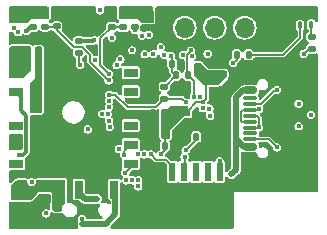
<source format=gbr>
%TF.GenerationSoftware,KiCad,Pcbnew,8.0.5*%
%TF.CreationDate,2024-11-08T04:09:32+01:00*%
%TF.ProjectId,hardware v4 pro max,68617264-7761-4726-9520-76342070726f,rev?*%
%TF.SameCoordinates,Original*%
%TF.FileFunction,Copper,L6,Bot*%
%TF.FilePolarity,Positive*%
%FSLAX46Y46*%
G04 Gerber Fmt 4.6, Leading zero omitted, Abs format (unit mm)*
G04 Created by KiCad (PCBNEW 8.0.5) date 2024-11-08 04:09:32*
%MOMM*%
%LPD*%
G01*
G04 APERTURE LIST*
G04 Aperture macros list*
%AMRoundRect*
0 Rectangle with rounded corners*
0 $1 Rounding radius*
0 $2 $3 $4 $5 $6 $7 $8 $9 X,Y pos of 4 corners*
0 Add a 4 corners polygon primitive as box body*
4,1,4,$2,$3,$4,$5,$6,$7,$8,$9,$2,$3,0*
0 Add four circle primitives for the rounded corners*
1,1,$1+$1,$2,$3*
1,1,$1+$1,$4,$5*
1,1,$1+$1,$6,$7*
1,1,$1+$1,$8,$9*
0 Add four rect primitives between the rounded corners*
20,1,$1+$1,$2,$3,$4,$5,0*
20,1,$1+$1,$4,$5,$6,$7,0*
20,1,$1+$1,$6,$7,$8,$9,0*
20,1,$1+$1,$8,$9,$2,$3,0*%
G04 Aperture macros list end*
%TA.AperFunction,ComponentPad*%
%ADD10R,1.700000X1.700000*%
%TD*%
%TA.AperFunction,ComponentPad*%
%ADD11O,1.700000X1.700000*%
%TD*%
%TA.AperFunction,ComponentPad*%
%ADD12C,1.000000*%
%TD*%
%TA.AperFunction,SMDPad,CuDef*%
%ADD13RoundRect,0.140000X0.170000X-0.140000X0.170000X0.140000X-0.170000X0.140000X-0.170000X-0.140000X0*%
%TD*%
%TA.AperFunction,SMDPad,CuDef*%
%ADD14R,1.000000X1.000000*%
%TD*%
%TA.AperFunction,SMDPad,CuDef*%
%ADD15RoundRect,0.140000X-0.140000X-0.170000X0.140000X-0.170000X0.140000X0.170000X-0.140000X0.170000X0*%
%TD*%
%TA.AperFunction,SMDPad,CuDef*%
%ADD16RoundRect,0.140000X0.140000X0.170000X-0.140000X0.170000X-0.140000X-0.170000X0.140000X-0.170000X0*%
%TD*%
%TA.AperFunction,SMDPad,CuDef*%
%ADD17RoundRect,0.135000X0.185000X-0.135000X0.185000X0.135000X-0.185000X0.135000X-0.185000X-0.135000X0*%
%TD*%
%TA.AperFunction,SMDPad,CuDef*%
%ADD18R,0.375000X0.350000*%
%TD*%
%TA.AperFunction,SMDPad,CuDef*%
%ADD19R,0.350000X0.375000*%
%TD*%
%TA.AperFunction,SMDPad,CuDef*%
%ADD20RoundRect,0.140000X-0.170000X0.140000X-0.170000X-0.140000X0.170000X-0.140000X0.170000X0.140000X0*%
%TD*%
%TA.AperFunction,SMDPad,CuDef*%
%ADD21RoundRect,0.135000X-0.185000X0.135000X-0.185000X-0.135000X0.185000X-0.135000X0.185000X0.135000X0*%
%TD*%
%TA.AperFunction,SMDPad,CuDef*%
%ADD22RoundRect,0.135000X-0.135000X-0.185000X0.135000X-0.185000X0.135000X0.185000X-0.135000X0.185000X0*%
%TD*%
%TA.AperFunction,SMDPad,CuDef*%
%ADD23RoundRect,0.100000X-0.100000X0.217500X-0.100000X-0.217500X0.100000X-0.217500X0.100000X0.217500X0*%
%TD*%
%TA.AperFunction,SMDPad,CuDef*%
%ADD24RoundRect,0.150000X-0.425000X0.150000X-0.425000X-0.150000X0.425000X-0.150000X0.425000X0.150000X0*%
%TD*%
%TA.AperFunction,SMDPad,CuDef*%
%ADD25RoundRect,0.075000X-0.500000X0.075000X-0.500000X-0.075000X0.500000X-0.075000X0.500000X0.075000X0*%
%TD*%
%TA.AperFunction,ComponentPad*%
%ADD26O,1.800000X1.000000*%
%TD*%
%TA.AperFunction,ComponentPad*%
%ADD27O,2.100000X1.000000*%
%TD*%
%TA.AperFunction,SMDPad,CuDef*%
%ADD28R,0.700000X1.600000*%
%TD*%
%TA.AperFunction,SMDPad,CuDef*%
%ADD29R,0.700000X1.500000*%
%TD*%
%TA.AperFunction,HeatsinkPad*%
%ADD30R,1.000000X0.800000*%
%TD*%
%TA.AperFunction,SMDPad,CuDef*%
%ADD31R,0.600000X1.550000*%
%TD*%
%TA.AperFunction,SMDPad,CuDef*%
%ADD32R,1.200000X1.800000*%
%TD*%
%TA.AperFunction,SMDPad,CuDef*%
%ADD33R,1.200000X0.800000*%
%TD*%
%TA.AperFunction,ViaPad*%
%ADD34C,0.400000*%
%TD*%
%TA.AperFunction,Conductor*%
%ADD35C,0.300000*%
%TD*%
%TA.AperFunction,Conductor*%
%ADD36C,0.200000*%
%TD*%
%TA.AperFunction,Conductor*%
%ADD37C,0.500000*%
%TD*%
%TA.AperFunction,Conductor*%
%ADD38C,0.150000*%
%TD*%
G04 APERTURE END LIST*
D10*
%TO.P,J3,1,Pin_1*%
%TO.N,GND*%
X148570000Y-92965000D03*
D11*
%TO.P,J3,2,Pin_2*%
%TO.N,+3.3V*%
X146030000Y-92965000D03*
%TO.P,J3,3,Pin_3*%
%TO.N,OLED_SCL*%
X143490000Y-92965000D03*
%TO.P,J3,4,Pin_4*%
%TO.N,OLED_SDA*%
X140950000Y-92965000D03*
%TD*%
D12*
%TO.P,TP1,1,1*%
%TO.N,GND*%
X127050000Y-108950000D03*
%TD*%
%TO.P,TP2,1,1*%
%TO.N,BAT+*%
X127090000Y-106930000D03*
%TD*%
D13*
%TO.P,C11,1*%
%TO.N,+3.3V*%
X126700000Y-94910000D03*
%TO.P,C11,2*%
%TO.N,GND*%
X126700000Y-93950000D03*
%TD*%
D14*
%TO.P,TP3,1,1*%
%TO.N,Net-(R10-Pad1)*%
X126880000Y-91970000D03*
%TD*%
D15*
%TO.P,C19,1*%
%TO.N,GND*%
X138300000Y-101130000D03*
%TO.P,C19,2*%
%TO.N,+3.3V*%
X139260000Y-101130000D03*
%TD*%
D16*
%TO.P,C12,1*%
%TO.N,GND*%
X140310000Y-102050000D03*
%TO.P,C12,2*%
%TO.N,+3.3V*%
X139350000Y-102050000D03*
%TD*%
D17*
%TO.P,R8,1*%
%TO.N,+3.3V*%
X136740000Y-92910000D03*
%TO.P,R8,2*%
%TO.N,Net-(R8-Pad2)*%
X136740000Y-91890000D03*
%TD*%
D18*
%TO.P,WSEN-PADS1,1,VDD_IO*%
%TO.N,+3.3V*%
X141038000Y-99793000D03*
%TO.P,WSEN-PADS1,2,SCL*%
%TO.N,COMPASSCL*%
X141038000Y-99293000D03*
D19*
%TO.P,WSEN-PADS1,3,RSVD*%
%TO.N,GND*%
X141250000Y-98830000D03*
%TO.P,WSEN-PADS1,4,SDA*%
%TO.N,COMPASSDA*%
X141750000Y-98830000D03*
%TO.P,WSEN-PADS1,5,SAO*%
%TO.N,unconnected-(WSEN-PADS1-SAO-Pad5)*%
X142250000Y-98830000D03*
D18*
%TO.P,WSEN-PADS1,6,CS*%
%TO.N,+3.3V*%
X142463000Y-99293000D03*
%TO.P,WSEN-PADS1,7,INT*%
%TO.N,unconnected-(WSEN-PADS1-INT-Pad7)*%
X142463000Y-99793000D03*
D19*
%TO.P,WSEN-PADS1,8,GND*%
%TO.N,GND*%
X142250000Y-100256000D03*
%TO.P,WSEN-PADS1,9,GND*%
X141750000Y-100256000D03*
%TO.P,WSEN-PADS1,10,VDD*%
%TO.N,+3.3V*%
X141250000Y-100256000D03*
%TD*%
D15*
%TO.P,C2,1*%
%TO.N,GND*%
X138930000Y-96010000D03*
%TO.P,C2,2*%
%TO.N,+3.3V*%
X139890000Y-96010000D03*
%TD*%
%TO.P,C10,1*%
%TO.N,+3.3V*%
X127640000Y-94880000D03*
%TO.P,C10,2*%
%TO.N,GNDGPS*%
X128600000Y-94880000D03*
%TD*%
D20*
%TO.P,C24,1*%
%TO.N,GND*%
X144100000Y-95920000D03*
%TO.P,C24,2*%
%TO.N,+3.3V*%
X144100000Y-96880000D03*
%TD*%
D17*
%TO.P,R1,1*%
%TO.N,Net-(U1-PB0)*%
X151710000Y-94750000D03*
%TO.P,R1,2*%
%TO.N,Net-(D2-A)*%
X151710000Y-93730000D03*
%TD*%
D21*
%TO.P,R9,1*%
%TO.N,Net-(R8-Pad2)*%
X135750000Y-91900000D03*
%TO.P,R9,2*%
%TO.N,B2*%
X135750000Y-92920000D03*
%TD*%
D22*
%TO.P,R2,1*%
%TO.N,Net-(U1-PB1)*%
X145340000Y-95250000D03*
%TO.P,R2,2*%
%TO.N,Net-(D3-A)*%
X146360000Y-95250000D03*
%TD*%
D21*
%TO.P,R10,1*%
%TO.N,Net-(R10-Pad1)*%
X129120000Y-91850000D03*
%TO.P,R10,2*%
%TO.N,B1*%
X129120000Y-92870000D03*
%TD*%
D13*
%TO.P,C6,1*%
%TO.N,B2*%
X134790000Y-92890000D03*
%TO.P,C6,2*%
%TO.N,GND*%
X134790000Y-91930000D03*
%TD*%
D23*
%TO.P,D2,1,K*%
%TO.N,GND*%
X151680000Y-91912500D03*
%TO.P,D2,2,A*%
%TO.N,Net-(D2-A)*%
X151680000Y-92727500D03*
%TD*%
D17*
%TO.P,R7,1*%
%TO.N,+3.3V*%
X128140000Y-92890000D03*
%TO.P,R7,2*%
%TO.N,Net-(R10-Pad1)*%
X128140000Y-91870000D03*
%TD*%
D20*
%TO.P,C22,1*%
%TO.N,GND*%
X143140000Y-95910000D03*
%TO.P,C22,2*%
%TO.N,+3.3V*%
X143140000Y-96870000D03*
%TD*%
D22*
%TO.P,R20,1*%
%TO.N,+3.3V*%
X140210000Y-97000000D03*
%TO.P,R20,2*%
%TO.N,COMPASSDA*%
X141230000Y-97000000D03*
%TD*%
D24*
%TO.P,J4,A1,GND*%
%TO.N,GND*%
X146490000Y-97470000D03*
%TO.P,J4,A4,VBUS*%
%TO.N,vusb*%
X146490000Y-98270000D03*
D25*
%TO.P,J4,A5,CC1*%
%TO.N,Net-(J4-CC1)*%
X146490000Y-99420000D03*
%TO.P,J4,A6,D+*%
%TO.N,Net-(J4-D+-PadA6)*%
X146490000Y-100420000D03*
%TO.P,J4,A7,D-*%
%TO.N,Net-(J4-D--PadA7)*%
X146490000Y-100920000D03*
%TO.P,J4,A8,SBU1*%
%TO.N,unconnected-(J4-SBU1-PadA8)*%
X146490000Y-101920000D03*
D24*
%TO.P,J4,A9*%
%TO.N,vusb*%
X146490000Y-103070000D03*
%TO.P,J4,A12*%
%TO.N,GND*%
X146490000Y-103870000D03*
%TO.P,J4,B1*%
X146490000Y-103870000D03*
%TO.P,J4,B4*%
%TO.N,vusb*%
X146490000Y-103070000D03*
D25*
%TO.P,J4,B5,CC2*%
%TO.N,Net-(J4-CC2)*%
X146490000Y-102420000D03*
%TO.P,J4,B6,D+*%
%TO.N,Net-(J4-D+-PadA6)*%
X146490000Y-101420000D03*
%TO.P,J4,B7,D-*%
%TO.N,Net-(J4-D--PadA7)*%
X146490000Y-99920000D03*
%TO.P,J4,B8,SBU2*%
%TO.N,unconnected-(J4-SBU2-PadB8)*%
X146490000Y-98920000D03*
D24*
%TO.P,J4,B9*%
%TO.N,vusb*%
X146490000Y-98270000D03*
%TO.P,J4,B12*%
%TO.N,GND*%
X146490000Y-97470000D03*
D26*
%TO.P,J4,S1,SHIELD*%
X151245000Y-96350000D03*
D27*
X147065000Y-96350000D03*
D26*
X151245000Y-104990000D03*
D27*
X147065000Y-104990000D03*
%TD*%
D17*
%TO.P,R13,1*%
%TO.N,SPI_CS*%
X132000000Y-95110000D03*
%TO.P,R13,2*%
%TO.N,+3.3V*%
X132000000Y-94090000D03*
%TD*%
D28*
%TO.P,SW1,1,C*%
%TO.N,BAT+*%
X130495000Y-106667500D03*
D29*
%TO.P,SW1,2,B*%
%TO.N,Net-(SW1-B)*%
X131995000Y-106667500D03*
%TO.P,SW1,3,A*%
%TO.N,vusb*%
X134995000Y-106667500D03*
D30*
%TO.P,SW1,4,S*%
%TO.N,GND*%
X136395000Y-109382500D03*
X136395000Y-107452500D03*
X129095000Y-109382500D03*
X129095000Y-107452500D03*
%TD*%
D14*
%TO.P,TP4,1,1*%
%TO.N,GND*%
X132400000Y-91890000D03*
%TD*%
D23*
%TO.P,D3,1,K*%
%TO.N,GND*%
X150730000Y-91942500D03*
%TO.P,D3,2,A*%
%TO.N,Net-(D3-A)*%
X150730000Y-92757500D03*
%TD*%
D14*
%TO.P,TP5,1,1*%
%TO.N,Net-(R8-Pad2)*%
X137810000Y-92040000D03*
%TD*%
D31*
%TO.P,J1,1,1*%
%TO.N,+3.3V*%
X143910000Y-105173000D03*
%TO.P,J1,2,2*%
%TO.N,COMPASSDA*%
X142910000Y-105173000D03*
%TO.P,J1,3,3*%
%TO.N,COMPASSCL*%
X141910000Y-105173000D03*
%TO.P,J1,4,4*%
%TO.N,USART_RX*%
X140910000Y-105173000D03*
%TO.P,J1,5,5*%
%TO.N,USART_TX*%
X139910000Y-105173000D03*
%TO.P,J1,6,6*%
%TO.N,GND*%
X138910000Y-105173000D03*
D32*
%TO.P,J1,MP1,MP1*%
X144410000Y-109048000D03*
%TO.P,J1,MP2,MP2*%
X138410000Y-109048000D03*
%TD*%
D16*
%TO.P,C13,1*%
%TO.N,GND*%
X142880000Y-102210000D03*
%TO.P,C13,2*%
%TO.N,+3.3V*%
X141920000Y-102210000D03*
%TD*%
D13*
%TO.P,C7,1*%
%TO.N,B1*%
X130110000Y-92860000D03*
%TO.P,C7,2*%
%TO.N,GND*%
X130110000Y-91900000D03*
%TD*%
D15*
%TO.P,C20,1*%
%TO.N,GND*%
X138310000Y-100180000D03*
%TO.P,C20,2*%
%TO.N,+3.3V*%
X139270000Y-100180000D03*
%TD*%
D17*
%TO.P,R19,1*%
%TO.N,COMPASSCL*%
X139210000Y-98980000D03*
%TO.P,R19,2*%
%TO.N,+3.3V*%
X139210000Y-97960000D03*
%TD*%
D33*
%TO.P,PA1010D1,1,I2C_SDA*%
%TO.N,unconnected-(PA1010D1-I2C_SDA-Pad1)*%
X136380000Y-96780000D03*
%TO.P,PA1010D1,2,I2C_SCL*%
%TO.N,unconnected-(PA1010D1-I2C_SCL-Pad2)*%
X136380000Y-98380000D03*
%TO.P,PA1010D1,3,1PPS*%
%TO.N,unconnected-(PA1010D1-1PPS-Pad3)*%
X136380000Y-101280000D03*
%TO.P,PA1010D1,4,TX*%
%TO.N,Net-(PA1010D1-TX)*%
X136380000Y-102880000D03*
%TO.P,PA1010D1,5,RX*%
%TO.N,Net-(PA1010D1-RX)*%
X136380000Y-104480000D03*
%TO.P,PA1010D1,6,NRESET*%
%TO.N,unconnected-(PA1010D1-NRESET-Pad6)*%
X126680000Y-104480000D03*
%TO.P,PA1010D1,7,GND*%
%TO.N,GNDGPS*%
X126680000Y-102880000D03*
%TO.P,PA1010D1,8,WAKE_UP*%
%TO.N,unconnected-(PA1010D1-WAKE_UP-Pad8)*%
X126680000Y-101280000D03*
%TO.P,PA1010D1,9,VBACKUP*%
%TO.N,Net-(BT1-+)*%
X126680000Y-98380000D03*
%TO.P,PA1010D1,10,VCC*%
%TO.N,+3.3V*%
X126680000Y-96780000D03*
%TD*%
D15*
%TO.P,C25,1*%
%TO.N,GND*%
X138320000Y-102970000D03*
%TO.P,C25,2*%
%TO.N,+3.3V*%
X139280000Y-102970000D03*
%TD*%
D34*
%TO.N,Net-(BT1-+)*%
X126950000Y-103730000D03*
%TO.N,GNDGPS*%
X128100000Y-99940000D03*
X126460000Y-102240000D03*
X126990000Y-102240000D03*
X128570000Y-99940000D03*
%TO.N,GND*%
X136350000Y-94160000D03*
X130300000Y-98220000D03*
X150430000Y-98280000D03*
X149090000Y-105540000D03*
X128300000Y-107850000D03*
X136130000Y-102000000D03*
X138350000Y-96890000D03*
X143220000Y-106520000D03*
X149930000Y-103260000D03*
X145260000Y-106520000D03*
X137360000Y-99160000D03*
X137100000Y-94670000D03*
X127780000Y-109600000D03*
X140670000Y-106520000D03*
X151380000Y-106520000D03*
X137450000Y-104820000D03*
X147060000Y-94160000D03*
X129130000Y-101880000D03*
X130030000Y-100950000D03*
X130180000Y-95610000D03*
X133890000Y-103780000D03*
X132880000Y-97160000D03*
X143160000Y-101250000D03*
X142200000Y-106520000D03*
X129820000Y-94635000D03*
X138710000Y-106550000D03*
X138050000Y-104340000D03*
X140570000Y-101920000D03*
X133380000Y-94600000D03*
X126350000Y-109660000D03*
X143000000Y-102920000D03*
X139370000Y-96870000D03*
X138900000Y-91580000D03*
X149340000Y-106520000D03*
X129800000Y-93790000D03*
X132460000Y-100920000D03*
X128710000Y-93790000D03*
X141150000Y-100950000D03*
X138270000Y-106990000D03*
X130330000Y-105260000D03*
X145650000Y-96580000D03*
X151160000Y-103200000D03*
X148640000Y-91490000D03*
X141140000Y-101910000D03*
X136080000Y-108230000D03*
X127950000Y-93890000D03*
X126320000Y-108020000D03*
X133340000Y-105670000D03*
X132400000Y-91890000D03*
X144680000Y-91590000D03*
X133300000Y-102380000D03*
X147810000Y-106520000D03*
X150330000Y-102310000D03*
X138270000Y-109030000D03*
X140090000Y-94190000D03*
X147710000Y-98490000D03*
X148320000Y-106520000D03*
X148830000Y-106520000D03*
X138630000Y-93270000D03*
X142180000Y-95280000D03*
X142710000Y-106520000D03*
X131220000Y-96450000D03*
X147680000Y-102870000D03*
X146790000Y-106520000D03*
X149130000Y-102280000D03*
X150360000Y-106520000D03*
X129140000Y-100990000D03*
X142190000Y-91570000D03*
X140140000Y-98080000D03*
X138270000Y-107500000D03*
X151440000Y-97360000D03*
X131280000Y-91390000D03*
X143730000Y-106520000D03*
X130080000Y-104190000D03*
X129030000Y-104190000D03*
X144040000Y-100990000D03*
X147300000Y-106520000D03*
X150410000Y-97380000D03*
X151750000Y-103830000D03*
X149810000Y-104430000D03*
X138280000Y-98070000D03*
X134280000Y-95700000D03*
X142170000Y-93680000D03*
X144730000Y-94040000D03*
X138270000Y-108010000D03*
X129750000Y-98910000D03*
X147260000Y-91500000D03*
X130110000Y-102970000D03*
X129530000Y-97190000D03*
X141180000Y-106520000D03*
X148790000Y-95740000D03*
X151890000Y-106520000D03*
X133390000Y-104260000D03*
X131300000Y-92060000D03*
X136130000Y-97560000D03*
X134140000Y-105660000D03*
X148580000Y-94560000D03*
X133660000Y-92220000D03*
X133729834Y-93419834D03*
X141690000Y-106520000D03*
X151420000Y-98330000D03*
X144750000Y-106520000D03*
X137500000Y-109660000D03*
X131160000Y-98850000D03*
X136150000Y-100500000D03*
X138270000Y-108520000D03*
X131600000Y-97130000D03*
X138300000Y-99180000D03*
X148310000Y-101990000D03*
X130100000Y-101850000D03*
X132060000Y-103400000D03*
X133350000Y-106610000D03*
X131190000Y-95500000D03*
X138860000Y-92440000D03*
X149850000Y-106520000D03*
X142280000Y-102910000D03*
X144509834Y-97819834D03*
X133360000Y-99280000D03*
X131150000Y-101820000D03*
X144240000Y-106520000D03*
X137430000Y-96900000D03*
X131100000Y-103420000D03*
X149920000Y-92770000D03*
X138270000Y-109540000D03*
X128400000Y-108690000D03*
X139270000Y-106560000D03*
X129130000Y-103010000D03*
X150990000Y-94360000D03*
X149930000Y-95390000D03*
X139380000Y-94050000D03*
X150870000Y-106520000D03*
X135720000Y-93630000D03*
X151640000Y-102310000D03*
X141150000Y-98100000D03*
X143960000Y-94870000D03*
X146280000Y-106520000D03*
X134100000Y-106620000D03*
X137580000Y-101880000D03*
X137110000Y-107710000D03*
X132840000Y-100330000D03*
X145770000Y-106520000D03*
X143440000Y-91560000D03*
X131980000Y-93300000D03*
%TO.N,+3.3V*%
X136520275Y-105883344D03*
X136020388Y-105894068D03*
X127060000Y-95820000D03*
X127549196Y-93250066D03*
X135510000Y-95650000D03*
X135190000Y-96140000D03*
X136750000Y-93180000D03*
X142710000Y-97160000D03*
X143920000Y-104260000D03*
X133960000Y-100270000D03*
X141024490Y-103355427D03*
X143920000Y-104770000D03*
X126680000Y-96780000D03*
X133290000Y-94010000D03*
X126540000Y-95820000D03*
X142720000Y-97620000D03*
X138930000Y-103690000D03*
X137020000Y-106400000D03*
X139780013Y-95341573D03*
X134450000Y-100260000D03*
X137020000Y-105899997D03*
%TO.N,vusb*%
X132260000Y-109150000D03*
X132280000Y-109570000D03*
X145300000Y-105010000D03*
X151650000Y-100330000D03*
X144915000Y-105395000D03*
%TO.N,Net-(SW1-B)*%
X133070000Y-107460000D03*
X133570000Y-107460000D03*
%TO.N,B2*%
X134520000Y-96860000D03*
%TO.N,B1*%
X134510000Y-97430000D03*
%TO.N,Net-(U1-NRST)*%
X134800000Y-93800000D03*
X132750000Y-101580000D03*
X134539999Y-99667215D03*
%TO.N,SPI_MOSi*%
X126460000Y-93020000D03*
X137557500Y-95220000D03*
%TO.N,SPI_SCK*%
X126860000Y-93370000D03*
X134611802Y-101361317D03*
%TO.N,SPI_MISO*%
X136990000Y-103680000D03*
X133360000Y-95680000D03*
%TO.N,SPI_CS*%
X132100000Y-96100000D03*
X136500000Y-94865000D03*
%TO.N,COMPASSDA*%
X142900000Y-104810000D03*
X141478477Y-94897064D03*
X134562492Y-99163252D03*
%TO.N,COMPASSCL*%
X141940251Y-104764958D03*
X134579999Y-98652671D03*
%TO.N,USART_RX*%
X140941084Y-103890141D03*
X142900000Y-95170000D03*
%TO.N,USART_TX*%
X138100000Y-103700000D03*
%TO.N,OLED_SCL*%
X137530000Y-103700000D03*
%TO.N,Net-(J4-CC2)*%
X148760000Y-103100000D03*
%TO.N,Net-(J4-D--PadA7)*%
X147270000Y-99830000D03*
%TO.N,Net-(J4-D+-PadA6)*%
X147240000Y-101400000D03*
%TO.N,Net-(J4-CC1)*%
X148750000Y-98240000D03*
%TO.N,Net-(PA1010D1-RX)*%
X135930000Y-105230000D03*
%TO.N,Net-(PA1010D1-TX)*%
X135850000Y-103720000D03*
%TO.N,ALIMGPS*%
X127990000Y-106030000D03*
X134565416Y-100863471D03*
%TO.N,Net-(R10-Pad1)*%
X126880000Y-91970000D03*
%TO.N,Net-(U1-PA4)*%
X129220000Y-108682498D03*
X135370000Y-103230000D03*
%TO.N,BAT+*%
X130140000Y-107610000D03*
X130130000Y-107060000D03*
%TO.N,SWDIO*%
X137900000Y-93550000D03*
X138930000Y-94610000D03*
%TO.N,SWCLK*%
X137340000Y-93630000D03*
X139230000Y-95280000D03*
%TO.N,SWO*%
X133780000Y-91500000D03*
X138307500Y-95190000D03*
%TO.N,D+*%
X150595000Y-101310000D03*
X140790000Y-95283906D03*
%TO.N,D-*%
X141540000Y-95393267D03*
X150595000Y-99410000D03*
%TO.N,Net-(U1-PB0)*%
X151020000Y-95180000D03*
X143120000Y-100410000D03*
%TO.N,Net-(U1-PB1)*%
X145070000Y-95950000D03*
X143050000Y-99810000D03*
%TD*%
D35*
%TO.N,Net-(BT1-+)*%
X127530000Y-103490000D02*
X127530000Y-100420000D01*
X127070000Y-99960000D02*
X127070000Y-98770000D01*
X127530000Y-100420000D02*
X127070000Y-99960000D01*
X127290000Y-103730000D02*
X127530000Y-103490000D01*
X127070000Y-98770000D02*
X126680000Y-98380000D01*
X126950000Y-103730000D02*
X127290000Y-103730000D01*
%TO.N,+3.3V*%
X127549196Y-93250066D02*
X127909262Y-92890000D01*
D36*
X141920000Y-102210000D02*
X141920000Y-102459917D01*
X139300000Y-103320000D02*
X139300000Y-102100000D01*
X143920000Y-104260000D02*
X143920000Y-104770000D01*
D35*
X132000000Y-94090000D02*
X133210000Y-94090000D01*
D36*
X139890000Y-96010000D02*
X139890000Y-95451560D01*
X141250000Y-99993500D02*
X141250000Y-100256000D01*
D35*
X127909262Y-92890000D02*
X128140000Y-92890000D01*
D36*
X139890000Y-96010000D02*
X139890000Y-96680000D01*
X142720000Y-97620000D02*
X142720000Y-99036000D01*
D35*
X133210000Y-94090000D02*
X133290000Y-94010000D01*
D36*
X142463000Y-99293000D02*
X141950500Y-99293000D01*
X139890000Y-95451560D02*
X139780013Y-95341573D01*
X141920000Y-102459917D02*
X141024490Y-103355427D01*
X139300000Y-102100000D02*
X139350000Y-102050000D01*
X138930000Y-103690000D02*
X139300000Y-103320000D01*
X139210000Y-97960000D02*
X139250000Y-97960000D01*
X142720000Y-99036000D02*
X142463000Y-99293000D01*
X139890000Y-96680000D02*
X140210000Y-97000000D01*
X139250000Y-97960000D02*
X140210000Y-97000000D01*
X141950500Y-99293000D02*
X141250000Y-99993500D01*
D37*
%TO.N,vusb*%
X145280000Y-105030000D02*
X145300000Y-105030000D01*
X145296536Y-101100000D02*
X145296536Y-102404656D01*
X145300000Y-105010000D02*
X145300000Y-102408120D01*
X134300000Y-109570000D02*
X132280000Y-109570000D01*
X145915001Y-98270000D02*
X145310000Y-98875001D01*
X145296536Y-102404656D02*
X145961880Y-103070000D01*
X145300000Y-102408120D02*
X145296536Y-102404656D01*
X135095000Y-108775000D02*
X134300000Y-109570000D01*
X134995000Y-106667500D02*
X135095000Y-106767500D01*
X145310000Y-101086536D02*
X145296536Y-101100000D01*
X146490000Y-98270000D02*
X145915001Y-98270000D01*
X135095000Y-106767500D02*
X135095000Y-108775000D01*
X145300000Y-105010000D02*
X144915000Y-105395000D01*
X144915000Y-105395000D02*
X145280000Y-105030000D01*
X145961880Y-103070000D02*
X146490000Y-103070000D01*
X145310000Y-98875001D02*
X145310000Y-101086536D01*
%TO.N,Net-(SW1-B)*%
X132480000Y-107470000D02*
X132490000Y-107460000D01*
X131995000Y-106985000D02*
X132480000Y-107470000D01*
X131995000Y-106667500D02*
X131995000Y-106985000D01*
X132490000Y-107460000D02*
X133570000Y-107460000D01*
D38*
%TO.N,B2*%
X133820000Y-96160000D02*
X133820000Y-93860000D01*
X134820000Y-92920000D02*
X134790000Y-92890000D01*
X135750000Y-92920000D02*
X134820000Y-92920000D01*
X134520000Y-96860000D02*
X133820000Y-96160000D01*
X133820000Y-93860000D02*
X134790000Y-92890000D01*
%TO.N,B1*%
X132930000Y-95870331D02*
X134489669Y-97430000D01*
X131580001Y-94610000D02*
X132301074Y-94610000D01*
X132930000Y-95238926D02*
X132930000Y-95870331D01*
X130110000Y-93139999D02*
X131580001Y-94610000D01*
X130110000Y-92860000D02*
X130110000Y-93139999D01*
X134489669Y-97430000D02*
X134510000Y-97430000D01*
X129120000Y-92870000D02*
X130100000Y-92870000D01*
X132301074Y-94610000D02*
X132930000Y-95238926D01*
X130100000Y-92870000D02*
X130110000Y-92860000D01*
%TO.N,SPI_CS*%
X132000000Y-95110000D02*
X132000000Y-96000000D01*
X132000000Y-96000000D02*
X132100000Y-96100000D01*
%TO.N,COMPASSDA*%
X141165000Y-96935000D02*
X141230000Y-97000000D01*
X141478477Y-94924459D02*
X141165000Y-95237936D01*
X141750000Y-98830000D02*
X141750000Y-97520000D01*
X141750000Y-97520000D02*
X141230000Y-97000000D01*
X141165000Y-95237936D02*
X141165000Y-96935000D01*
X141478477Y-94897064D02*
X141478477Y-94924459D01*
%TO.N,COMPASSCL*%
X141038000Y-99293000D02*
X140725000Y-98980000D01*
X140725000Y-98980000D02*
X139210000Y-98980000D01*
X134579999Y-98652671D02*
X135092340Y-98652671D01*
X136134669Y-99695000D02*
X138495000Y-99695000D01*
X138495000Y-99695000D02*
X139210000Y-98980000D01*
X135092340Y-98652671D02*
X136134669Y-99695000D01*
%TO.N,USART_RX*%
X140941084Y-105141916D02*
X140910000Y-105173000D01*
X140941084Y-103890141D02*
X140941084Y-105141916D01*
%TO.N,USART_TX*%
X139342000Y-104130000D02*
X139910000Y-104698000D01*
X139910000Y-104698000D02*
X139910000Y-105173000D01*
X138100000Y-103700000D02*
X138530000Y-104130000D01*
X138530000Y-104130000D02*
X139342000Y-104130000D01*
%TO.N,Net-(J4-CC2)*%
X148760000Y-103100000D02*
X148080000Y-102420000D01*
X148080000Y-102420000D02*
X146490000Y-102420000D01*
%TO.N,Net-(J4-D--PadA7)*%
X146490000Y-99920000D02*
X145915001Y-99920000D01*
X145915001Y-99920000D02*
X145740000Y-100095001D01*
X147180000Y-99920000D02*
X147270000Y-99830000D01*
X145810000Y-100920000D02*
X146490000Y-100920000D01*
X145740000Y-100850000D02*
X145810000Y-100920000D01*
X146490000Y-99920000D02*
X147180000Y-99920000D01*
X145740000Y-100095001D02*
X145740000Y-100850000D01*
%TO.N,Net-(J4-D+-PadA6)*%
X146490000Y-100420000D02*
X147064999Y-100420000D01*
X147240000Y-101400000D02*
X147220000Y-101420000D01*
X147064999Y-100420000D02*
X147240000Y-100595001D01*
X147220000Y-101420000D02*
X146490000Y-101420000D01*
X147240000Y-100595001D02*
X147240000Y-101400000D01*
%TO.N,Net-(J4-CC1)*%
X147390000Y-99420000D02*
X146490000Y-99420000D01*
X148570000Y-98240000D02*
X147390000Y-99420000D01*
X148750000Y-98240000D02*
X148570000Y-98240000D01*
%TO.N,Net-(PA1010D1-RX)*%
X136380000Y-104480000D02*
X136380000Y-104780000D01*
X136380000Y-104780000D02*
X135930000Y-105230000D01*
%TO.N,Net-(PA1010D1-TX)*%
X135850000Y-103720000D02*
X135850000Y-103410000D01*
X135850000Y-103410000D02*
X136380000Y-102880000D01*
%TO.N,Net-(D2-A)*%
X151680000Y-92727500D02*
X151680000Y-93700000D01*
X151680000Y-93700000D02*
X151710000Y-93730000D01*
%TO.N,Net-(D3-A)*%
X149280000Y-95250000D02*
X146360000Y-95250000D01*
X150730000Y-93800000D02*
X149280000Y-95250000D01*
X150730000Y-92757500D02*
X150730000Y-93800000D01*
%TO.N,Net-(U1-PB0)*%
X151450000Y-94750000D02*
X151020000Y-95180000D01*
X151710000Y-94750000D02*
X151450000Y-94750000D01*
%TO.N,Net-(U1-PB1)*%
X145340000Y-95680000D02*
X145070000Y-95950000D01*
X145340000Y-95250000D02*
X145340000Y-95680000D01*
%TD*%
%TA.AperFunction,Conductor*%
%TO.N,GND*%
G36*
X152192539Y-91190185D02*
G01*
X152238294Y-91242989D01*
X152249500Y-91294500D01*
X152249500Y-92352995D01*
X152229815Y-92420034D01*
X152177011Y-92465789D01*
X152107853Y-92475733D01*
X152044297Y-92446708D01*
X152022398Y-92421885D01*
X151960602Y-92329400D01*
X151877739Y-92274033D01*
X151877735Y-92274032D01*
X151804677Y-92259500D01*
X151804674Y-92259500D01*
X151555326Y-92259500D01*
X151555323Y-92259500D01*
X151482264Y-92274032D01*
X151482260Y-92274033D01*
X151399399Y-92329399D01*
X151344033Y-92412260D01*
X151344032Y-92412264D01*
X151329500Y-92485321D01*
X151329500Y-92969678D01*
X151344032Y-93042735D01*
X151344033Y-93042739D01*
X151360660Y-93067623D01*
X151399399Y-93125601D01*
X151399400Y-93125601D01*
X151399401Y-93125603D01*
X151408036Y-93134238D01*
X151407260Y-93135013D01*
X151444194Y-93179202D01*
X151454500Y-93228697D01*
X151454500Y-93233239D01*
X151434815Y-93300278D01*
X151382011Y-93346033D01*
X151380587Y-93346673D01*
X151360863Y-93355382D01*
X151360861Y-93355383D01*
X151360859Y-93355384D01*
X151360858Y-93355384D01*
X151360856Y-93355386D01*
X151285386Y-93430856D01*
X151285381Y-93430863D01*
X151242270Y-93528499D01*
X151239500Y-93552375D01*
X151239500Y-93907615D01*
X151239502Y-93907638D01*
X151242269Y-93931495D01*
X151242269Y-93931498D01*
X151285380Y-94029135D01*
X151285383Y-94029139D01*
X151285384Y-94029141D01*
X151360859Y-94104616D01*
X151398574Y-94121269D01*
X151410570Y-94126566D01*
X151463946Y-94171652D01*
X151484473Y-94238438D01*
X151465634Y-94305720D01*
X151413411Y-94352137D01*
X151410570Y-94353434D01*
X151360863Y-94375382D01*
X151360861Y-94375383D01*
X151360859Y-94375384D01*
X151360858Y-94375384D01*
X151360856Y-94375386D01*
X151285386Y-94450856D01*
X151285381Y-94450863D01*
X151242270Y-94548499D01*
X151239500Y-94572375D01*
X151239500Y-94590232D01*
X151219815Y-94657271D01*
X151203185Y-94677908D01*
X151125755Y-94755339D01*
X151091220Y-94789874D01*
X151029897Y-94823358D01*
X151022937Y-94824665D01*
X150910341Y-94842498D01*
X150811414Y-94892904D01*
X150811407Y-94892909D01*
X150732909Y-94971407D01*
X150732904Y-94971414D01*
X150682498Y-95070341D01*
X150665131Y-95179997D01*
X150665131Y-95180002D01*
X150682498Y-95289658D01*
X150732904Y-95388585D01*
X150732909Y-95388592D01*
X150811407Y-95467090D01*
X150811410Y-95467092D01*
X150811413Y-95467095D01*
X150890713Y-95507500D01*
X150910341Y-95517501D01*
X151019998Y-95534869D01*
X151020000Y-95534869D01*
X151020002Y-95534869D01*
X151129658Y-95517501D01*
X151129659Y-95517500D01*
X151129661Y-95517500D01*
X151228587Y-95467095D01*
X151307095Y-95388587D01*
X151357500Y-95289661D01*
X151359805Y-95275103D01*
X151389733Y-95211969D01*
X151449043Y-95175036D01*
X151482279Y-95170499D01*
X151482368Y-95170499D01*
X151482377Y-95170500D01*
X151937622Y-95170499D01*
X151961498Y-95167730D01*
X152069653Y-95119975D01*
X152070638Y-95122205D01*
X152121846Y-95105516D01*
X152189436Y-95123216D01*
X152236727Y-95174649D01*
X152249500Y-95229462D01*
X152249500Y-100298970D01*
X152240963Y-100328041D01*
X152248477Y-100345136D01*
X152249500Y-100361029D01*
X152249500Y-106726000D01*
X152229815Y-106793039D01*
X152177011Y-106838794D01*
X152125500Y-106850000D01*
X145110000Y-106850000D01*
X145110000Y-109845500D01*
X145090315Y-109912539D01*
X145037511Y-109958294D01*
X144986000Y-109969500D01*
X134766255Y-109969500D01*
X134699216Y-109949815D01*
X134653461Y-109897011D01*
X134643517Y-109827853D01*
X134672542Y-109764297D01*
X134678574Y-109757819D01*
X134919119Y-109517273D01*
X135330703Y-109105687D01*
X135330708Y-109105684D01*
X135340911Y-109095480D01*
X135340913Y-109095480D01*
X135415480Y-109020913D01*
X135458296Y-108946754D01*
X135468207Y-108929588D01*
X135495500Y-108827727D01*
X135495500Y-108722273D01*
X135495500Y-106714773D01*
X135495500Y-106152456D01*
X135515185Y-106085417D01*
X135567989Y-106039662D01*
X135637147Y-106029718D01*
X135700703Y-106058743D01*
X135729985Y-106096162D01*
X135733292Y-106102654D01*
X135733297Y-106102660D01*
X135811795Y-106181158D01*
X135811798Y-106181160D01*
X135811801Y-106181163D01*
X135856084Y-106203726D01*
X135910729Y-106231569D01*
X136020386Y-106248937D01*
X136020388Y-106248937D01*
X136020390Y-106248937D01*
X136130044Y-106231569D01*
X136130044Y-106231568D01*
X136130049Y-106231568D01*
X136224564Y-106183410D01*
X136293229Y-106170515D01*
X136337143Y-106183409D01*
X136410614Y-106220844D01*
X136410616Y-106220844D01*
X136410618Y-106220845D01*
X136465444Y-106229528D01*
X136520275Y-106238213D01*
X136526566Y-106237216D01*
X136595857Y-106246166D01*
X136649312Y-106291159D01*
X136669956Y-106357909D01*
X136668443Y-106379081D01*
X136665131Y-106399996D01*
X136665131Y-106400002D01*
X136682498Y-106509658D01*
X136732904Y-106608585D01*
X136732909Y-106608592D01*
X136811407Y-106687090D01*
X136811410Y-106687092D01*
X136811413Y-106687095D01*
X136887769Y-106726000D01*
X136910341Y-106737501D01*
X137019998Y-106754869D01*
X137020000Y-106754869D01*
X137020002Y-106754869D01*
X137129658Y-106737501D01*
X137129659Y-106737500D01*
X137129661Y-106737500D01*
X137228587Y-106687095D01*
X137307095Y-106608587D01*
X137357500Y-106509661D01*
X137357500Y-106509659D01*
X137357501Y-106509658D01*
X137374869Y-106400002D01*
X137374869Y-106399997D01*
X137357501Y-106290341D01*
X137314676Y-106206292D01*
X137301780Y-106137623D01*
X137314674Y-106093708D01*
X137357500Y-106009658D01*
X137359980Y-105994000D01*
X137374869Y-105899999D01*
X137374869Y-105899994D01*
X137357501Y-105790338D01*
X137345610Y-105767000D01*
X137307095Y-105691410D01*
X137307092Y-105691407D01*
X137307090Y-105691404D01*
X137228592Y-105612906D01*
X137228588Y-105612903D01*
X137228587Y-105612902D01*
X137212370Y-105604639D01*
X137129658Y-105562495D01*
X137020002Y-105545128D01*
X137019998Y-105545128D01*
X136910341Y-105562495D01*
X136842773Y-105596923D01*
X136774103Y-105609819D01*
X136730185Y-105596923D01*
X136629933Y-105545842D01*
X136520277Y-105528475D01*
X136520273Y-105528475D01*
X136410615Y-105545843D01*
X136401338Y-105548858D01*
X136400471Y-105546192D01*
X136346773Y-105556269D01*
X136282037Y-105529984D01*
X136241788Y-105472872D01*
X136238805Y-105403066D01*
X136248678Y-105376599D01*
X136267500Y-105339661D01*
X136284869Y-105230000D01*
X136284869Y-105229997D01*
X136285334Y-105227062D01*
X136315263Y-105163927D01*
X136320127Y-105158777D01*
X136412088Y-105066818D01*
X136473411Y-105033334D01*
X136499768Y-105030500D01*
X136994822Y-105030500D01*
X137038717Y-105021768D01*
X137038717Y-105021767D01*
X137038722Y-105021767D01*
X137088504Y-104988504D01*
X137121767Y-104938722D01*
X137130500Y-104894820D01*
X137130500Y-104091751D01*
X137150185Y-104024712D01*
X137202989Y-103978957D01*
X137272147Y-103969013D01*
X137311525Y-103985002D01*
X137312717Y-103982664D01*
X137321412Y-103987094D01*
X137321413Y-103987095D01*
X137365362Y-104009488D01*
X137420341Y-104037501D01*
X137529998Y-104054869D01*
X137530000Y-104054869D01*
X137530002Y-104054869D01*
X137639658Y-104037501D01*
X137639659Y-104037500D01*
X137639661Y-104037500D01*
X137738587Y-103987095D01*
X137738590Y-103987091D01*
X137742116Y-103984531D01*
X137747129Y-103982742D01*
X137747283Y-103982664D01*
X137747293Y-103982683D01*
X137807923Y-103961052D01*
X137875977Y-103976879D01*
X137887884Y-103984531D01*
X137891412Y-103987094D01*
X137891413Y-103987095D01*
X137990339Y-104037500D01*
X137990340Y-104037500D01*
X137990342Y-104037501D01*
X137990341Y-104037501D01*
X138078142Y-104051407D01*
X138100000Y-104054869D01*
X138100000Y-104054868D01*
X138102937Y-104055334D01*
X138166072Y-104085263D01*
X138171221Y-104090126D01*
X138331759Y-104250664D01*
X138331762Y-104250668D01*
X138338830Y-104257736D01*
X138402264Y-104321170D01*
X138436592Y-104335388D01*
X138436594Y-104335390D01*
X138436595Y-104335390D01*
X138485146Y-104355501D01*
X138485147Y-104355501D01*
X138589289Y-104355501D01*
X138589297Y-104355500D01*
X139197233Y-104355500D01*
X139264272Y-104375185D01*
X139284914Y-104391819D01*
X139423181Y-104530086D01*
X139456666Y-104591409D01*
X139459500Y-104617767D01*
X139459500Y-105962820D01*
X139459500Y-105962822D01*
X139459499Y-105962822D01*
X139468231Y-106006717D01*
X139468234Y-106006724D01*
X139498947Y-106052689D01*
X139501496Y-106056504D01*
X139551278Y-106089767D01*
X139551281Y-106089767D01*
X139551282Y-106089768D01*
X139595177Y-106098500D01*
X139595180Y-106098500D01*
X140224822Y-106098500D01*
X140268717Y-106089768D01*
X140268717Y-106089767D01*
X140268722Y-106089767D01*
X140318504Y-106056504D01*
X140318506Y-106056500D01*
X140322319Y-106052689D01*
X140383642Y-106019204D01*
X140453334Y-106024188D01*
X140497681Y-106052689D01*
X140501495Y-106056503D01*
X140501496Y-106056504D01*
X140551278Y-106089767D01*
X140551281Y-106089767D01*
X140551282Y-106089768D01*
X140595177Y-106098500D01*
X140595180Y-106098500D01*
X141224822Y-106098500D01*
X141268717Y-106089768D01*
X141268717Y-106089767D01*
X141268722Y-106089767D01*
X141318504Y-106056504D01*
X141318506Y-106056500D01*
X141322319Y-106052689D01*
X141383642Y-106019204D01*
X141453334Y-106024188D01*
X141497681Y-106052689D01*
X141501495Y-106056503D01*
X141501496Y-106056504D01*
X141551278Y-106089767D01*
X141551281Y-106089767D01*
X141551282Y-106089768D01*
X141595177Y-106098500D01*
X141595180Y-106098500D01*
X142224822Y-106098500D01*
X142268717Y-106089768D01*
X142268717Y-106089767D01*
X142268722Y-106089767D01*
X142318504Y-106056504D01*
X142318506Y-106056500D01*
X142322319Y-106052689D01*
X142383642Y-106019204D01*
X142453334Y-106024188D01*
X142497681Y-106052689D01*
X142501495Y-106056503D01*
X142501496Y-106056504D01*
X142551278Y-106089767D01*
X142551281Y-106089767D01*
X142551282Y-106089768D01*
X142595177Y-106098500D01*
X142595180Y-106098500D01*
X143224822Y-106098500D01*
X143268717Y-106089768D01*
X143268717Y-106089767D01*
X143268722Y-106089767D01*
X143318504Y-106056504D01*
X143318506Y-106056500D01*
X143322319Y-106052689D01*
X143383642Y-106019204D01*
X143453334Y-106024188D01*
X143497681Y-106052689D01*
X143501495Y-106056503D01*
X143501496Y-106056504D01*
X143551278Y-106089767D01*
X143551281Y-106089767D01*
X143551282Y-106089768D01*
X143595177Y-106098500D01*
X143595180Y-106098500D01*
X144224822Y-106098500D01*
X144268717Y-106089768D01*
X144268717Y-106089767D01*
X144268722Y-106089767D01*
X144318504Y-106056504D01*
X144351767Y-106006722D01*
X144360500Y-105962820D01*
X144360500Y-105698352D01*
X144380185Y-105631313D01*
X144432989Y-105585558D01*
X144502147Y-105575614D01*
X144565703Y-105604639D01*
X144591887Y-105636353D01*
X144594520Y-105640913D01*
X144669087Y-105715480D01*
X144760412Y-105768207D01*
X144862273Y-105795500D01*
X144862275Y-105795500D01*
X144967725Y-105795500D01*
X144967727Y-105795500D01*
X145069588Y-105768207D01*
X145160913Y-105715480D01*
X145487053Y-105389338D01*
X145512726Y-105369639D01*
X145545913Y-105350480D01*
X145620480Y-105275913D01*
X145673207Y-105184587D01*
X145700500Y-105082727D01*
X145700500Y-104977273D01*
X145700500Y-104957273D01*
X145700500Y-103576191D01*
X145720185Y-103509152D01*
X145772989Y-103463397D01*
X145842147Y-103453453D01*
X145856862Y-103456488D01*
X145856996Y-103456524D01*
X145857064Y-103456543D01*
X145881593Y-103467862D01*
X145881725Y-103467565D01*
X145892234Y-103472205D01*
X145892235Y-103472206D01*
X145995009Y-103517585D01*
X146020135Y-103520500D01*
X146959864Y-103520499D01*
X146960124Y-103520484D01*
X146960188Y-103520499D01*
X146963444Y-103520499D01*
X146963444Y-103521253D01*
X147028188Y-103536265D01*
X147076915Y-103586340D01*
X147086087Y-103615101D01*
X147087397Y-103614751D01*
X147089500Y-103622599D01*
X147089500Y-103622601D01*
X147121905Y-103743536D01*
X147184505Y-103851964D01*
X147273036Y-103940495D01*
X147381464Y-104003095D01*
X147502399Y-104035500D01*
X147502401Y-104035500D01*
X147627599Y-104035500D01*
X147627601Y-104035500D01*
X147748536Y-104003095D01*
X147856964Y-103940495D01*
X147945495Y-103851964D01*
X148008095Y-103743536D01*
X148040500Y-103622601D01*
X148040500Y-103497399D01*
X148008095Y-103376464D01*
X147945495Y-103268036D01*
X147856964Y-103179505D01*
X147748536Y-103116905D01*
X147748537Y-103116905D01*
X147685454Y-103100002D01*
X147627601Y-103084500D01*
X147502399Y-103084500D01*
X147381464Y-103116905D01*
X147381462Y-103116906D01*
X147373614Y-103119009D01*
X147372847Y-103116149D01*
X147317476Y-103122100D01*
X147254998Y-103090821D01*
X147219349Y-103030731D01*
X147215499Y-103000071D01*
X147215499Y-102875143D01*
X147215499Y-102875136D01*
X147215497Y-102875117D01*
X147212586Y-102850012D01*
X147212585Y-102850011D01*
X147212585Y-102850009D01*
X147199151Y-102819585D01*
X147190080Y-102750309D01*
X147219903Y-102687123D01*
X147279152Y-102650092D01*
X147312586Y-102645500D01*
X147935233Y-102645500D01*
X148002272Y-102665185D01*
X148022914Y-102681819D01*
X148369873Y-103028778D01*
X148403358Y-103090101D01*
X148404665Y-103097061D01*
X148422498Y-103209658D01*
X148472904Y-103308585D01*
X148472909Y-103308592D01*
X148551407Y-103387090D01*
X148551410Y-103387092D01*
X148551413Y-103387095D01*
X148610765Y-103417336D01*
X148650341Y-103437501D01*
X148759998Y-103454869D01*
X148760000Y-103454869D01*
X148760002Y-103454869D01*
X148869658Y-103437501D01*
X148869659Y-103437500D01*
X148869661Y-103437500D01*
X148968587Y-103387095D01*
X149047095Y-103308587D01*
X149097500Y-103209661D01*
X149097500Y-103209659D01*
X149097501Y-103209658D01*
X149114869Y-103100002D01*
X149114869Y-103099997D01*
X149097501Y-102990341D01*
X149048168Y-102893519D01*
X149047095Y-102891413D01*
X149047092Y-102891410D01*
X149047090Y-102891407D01*
X148968592Y-102812909D01*
X148968588Y-102812906D01*
X148968587Y-102812905D01*
X148886434Y-102771046D01*
X148869658Y-102762498D01*
X148757061Y-102744665D01*
X148693926Y-102714736D01*
X148688778Y-102709873D01*
X148288611Y-102309706D01*
X148288609Y-102309703D01*
X148207735Y-102228829D01*
X148183132Y-102218639D01*
X148183129Y-102218636D01*
X148124856Y-102194499D01*
X148124855Y-102194499D01*
X148035145Y-102194499D01*
X148020711Y-102194499D01*
X148020703Y-102194500D01*
X147331330Y-102194500D01*
X147264291Y-102174815D01*
X147218536Y-102122011D01*
X147208592Y-102052853D01*
X147209712Y-102046310D01*
X147215500Y-102017211D01*
X147215499Y-101864655D01*
X147235183Y-101797616D01*
X147287987Y-101751861D01*
X147320098Y-101742182D01*
X147349661Y-101737500D01*
X147448587Y-101687095D01*
X147527095Y-101608587D01*
X147577500Y-101509661D01*
X147577500Y-101509659D01*
X147577501Y-101509658D01*
X147594869Y-101400002D01*
X147594869Y-101399997D01*
X147580614Y-101309997D01*
X150240131Y-101309997D01*
X150240131Y-101310002D01*
X150257498Y-101419658D01*
X150307904Y-101518585D01*
X150307909Y-101518592D01*
X150386407Y-101597090D01*
X150386410Y-101597092D01*
X150386413Y-101597095D01*
X150485339Y-101647500D01*
X150485341Y-101647501D01*
X150594998Y-101664869D01*
X150595000Y-101664869D01*
X150595002Y-101664869D01*
X150704658Y-101647501D01*
X150704659Y-101647500D01*
X150704661Y-101647500D01*
X150803587Y-101597095D01*
X150882095Y-101518587D01*
X150932500Y-101419661D01*
X150932500Y-101419659D01*
X150932501Y-101419658D01*
X150949869Y-101310002D01*
X150949869Y-101309997D01*
X150932501Y-101200341D01*
X150930966Y-101197328D01*
X150882095Y-101101413D01*
X150882092Y-101101410D01*
X150882090Y-101101407D01*
X150803592Y-101022909D01*
X150803588Y-101022906D01*
X150803587Y-101022905D01*
X150783737Y-101012791D01*
X150704658Y-100972498D01*
X150595002Y-100955131D01*
X150594998Y-100955131D01*
X150485341Y-100972498D01*
X150386414Y-101022904D01*
X150386407Y-101022909D01*
X150307909Y-101101407D01*
X150307904Y-101101414D01*
X150257498Y-101200341D01*
X150240131Y-101309997D01*
X147580614Y-101309997D01*
X147577501Y-101290341D01*
X147531643Y-101200339D01*
X147527095Y-101191413D01*
X147527092Y-101191410D01*
X147527090Y-101191407D01*
X147501819Y-101166136D01*
X147468334Y-101104813D01*
X147465500Y-101078455D01*
X147465500Y-100654298D01*
X147465501Y-100654289D01*
X147465501Y-100550148D01*
X147465501Y-100550147D01*
X147445390Y-100501596D01*
X147431170Y-100467265D01*
X147367736Y-100403831D01*
X147360671Y-100396766D01*
X147360664Y-100396760D01*
X147335368Y-100371464D01*
X147312725Y-100329997D01*
X151295131Y-100329997D01*
X151295131Y-100330002D01*
X151312498Y-100439658D01*
X151362904Y-100538585D01*
X151362909Y-100538592D01*
X151441407Y-100617090D01*
X151441410Y-100617092D01*
X151441413Y-100617095D01*
X151515575Y-100654882D01*
X151540341Y-100667501D01*
X151649998Y-100684869D01*
X151650000Y-100684869D01*
X151650002Y-100684869D01*
X151759658Y-100667501D01*
X151759659Y-100667500D01*
X151759661Y-100667500D01*
X151858587Y-100617095D01*
X151937095Y-100538587D01*
X151987500Y-100439661D01*
X151987500Y-100439659D01*
X151987501Y-100439658D01*
X152003027Y-100341631D01*
X152006618Y-100334054D01*
X152006523Y-100333905D01*
X152003027Y-100318368D01*
X151987501Y-100220341D01*
X151966931Y-100179970D01*
X151937095Y-100121413D01*
X151937092Y-100121410D01*
X151937090Y-100121407D01*
X151858592Y-100042909D01*
X151858588Y-100042906D01*
X151858587Y-100042905D01*
X151850112Y-100038587D01*
X151759658Y-99992498D01*
X151650002Y-99975131D01*
X151649998Y-99975131D01*
X151540341Y-99992498D01*
X151441414Y-100042904D01*
X151441407Y-100042909D01*
X151362909Y-100121407D01*
X151362904Y-100121414D01*
X151312498Y-100220341D01*
X151295131Y-100329997D01*
X147312725Y-100329997D01*
X147301883Y-100310141D01*
X147306867Y-100240449D01*
X147348739Y-100184516D01*
X147371393Y-100172768D01*
X147370966Y-100171930D01*
X147379659Y-100167500D01*
X147379661Y-100167500D01*
X147478587Y-100117095D01*
X147557095Y-100038587D01*
X147607500Y-99939661D01*
X147607500Y-99939659D01*
X147607501Y-99939658D01*
X147624869Y-99830002D01*
X147624869Y-99829997D01*
X147607501Y-99720343D01*
X147607500Y-99720341D01*
X147607500Y-99720339D01*
X147581250Y-99668821D01*
X147568355Y-99600155D01*
X147594631Y-99535414D01*
X147604046Y-99524857D01*
X147718906Y-99409997D01*
X150240131Y-99409997D01*
X150240131Y-99410002D01*
X150257498Y-99519658D01*
X150307904Y-99618585D01*
X150307909Y-99618592D01*
X150386407Y-99697090D01*
X150386410Y-99697092D01*
X150386413Y-99697095D01*
X150438411Y-99723589D01*
X150485341Y-99747501D01*
X150594998Y-99764869D01*
X150595000Y-99764869D01*
X150595002Y-99764869D01*
X150704658Y-99747501D01*
X150704659Y-99747500D01*
X150704661Y-99747500D01*
X150803587Y-99697095D01*
X150882095Y-99618587D01*
X150932500Y-99519661D01*
X150932500Y-99519659D01*
X150932501Y-99519658D01*
X150949869Y-99410002D01*
X150949869Y-99409997D01*
X150932501Y-99300341D01*
X150918524Y-99272910D01*
X150882095Y-99201413D01*
X150882092Y-99201410D01*
X150882090Y-99201407D01*
X150803592Y-99122909D01*
X150803588Y-99122906D01*
X150803587Y-99122905D01*
X150767524Y-99104530D01*
X150704658Y-99072498D01*
X150595002Y-99055131D01*
X150594998Y-99055131D01*
X150485341Y-99072498D01*
X150386414Y-99122904D01*
X150386407Y-99122909D01*
X150307909Y-99201407D01*
X150307904Y-99201414D01*
X150257498Y-99300341D01*
X150240131Y-99409997D01*
X147718906Y-99409997D01*
X148519484Y-98609419D01*
X148580805Y-98575936D01*
X148630313Y-98578412D01*
X148630700Y-98575974D01*
X148749998Y-98594869D01*
X148750000Y-98594869D01*
X148750002Y-98594869D01*
X148859658Y-98577501D01*
X148859659Y-98577500D01*
X148859661Y-98577500D01*
X148958587Y-98527095D01*
X149037095Y-98448587D01*
X149087500Y-98349661D01*
X149087500Y-98349659D01*
X149087501Y-98349658D01*
X149104869Y-98240002D01*
X149104869Y-98239997D01*
X149087501Y-98130341D01*
X149073549Y-98102958D01*
X149037095Y-98031413D01*
X149037092Y-98031410D01*
X149037090Y-98031407D01*
X148958592Y-97952909D01*
X148958588Y-97952906D01*
X148958587Y-97952905D01*
X148923688Y-97935123D01*
X148859658Y-97902498D01*
X148750002Y-97885131D01*
X148749998Y-97885131D01*
X148640341Y-97902498D01*
X148541414Y-97952904D01*
X148541407Y-97952909D01*
X148460617Y-98033700D01*
X148442640Y-98048453D01*
X148419132Y-98071962D01*
X148378830Y-98112264D01*
X147427180Y-99063914D01*
X147365857Y-99097399D01*
X147296165Y-99092415D01*
X147240232Y-99050543D01*
X147215815Y-98985079D01*
X147215499Y-98976255D01*
X147215499Y-98822790D01*
X147202417Y-98757014D01*
X147175400Y-98716581D01*
X147154523Y-98649905D01*
X147165069Y-98597604D01*
X147171899Y-98582137D01*
X147212585Y-98489991D01*
X147215500Y-98464865D01*
X147215499Y-98339927D01*
X147235183Y-98272890D01*
X147287987Y-98227135D01*
X147357145Y-98217191D01*
X147373434Y-98221659D01*
X147373614Y-98220991D01*
X147381462Y-98223093D01*
X147381464Y-98223095D01*
X147502399Y-98255500D01*
X147502401Y-98255500D01*
X147627599Y-98255500D01*
X147627601Y-98255500D01*
X147748536Y-98223095D01*
X147856964Y-98160495D01*
X147945495Y-98071964D01*
X148008095Y-97963536D01*
X148040500Y-97842601D01*
X148040500Y-97717399D01*
X148008095Y-97596464D01*
X147945495Y-97488036D01*
X147856964Y-97399505D01*
X147748536Y-97336905D01*
X147748537Y-97336905D01*
X147692041Y-97321767D01*
X147627601Y-97304500D01*
X147502399Y-97304500D01*
X147437959Y-97321767D01*
X147381463Y-97336905D01*
X147273037Y-97399504D01*
X147273034Y-97399506D01*
X147184506Y-97488034D01*
X147184504Y-97488037D01*
X147121905Y-97596463D01*
X147110618Y-97638587D01*
X147089582Y-97717095D01*
X147087397Y-97725249D01*
X147084648Y-97724512D01*
X147061951Y-97775809D01*
X147003624Y-97814276D01*
X146963446Y-97819119D01*
X146963446Y-97819500D01*
X146960288Y-97819500D01*
X146960156Y-97819516D01*
X146959878Y-97819500D01*
X146020143Y-97819500D01*
X146020117Y-97819502D01*
X145995012Y-97822413D01*
X145995008Y-97822415D01*
X145912303Y-97858933D01*
X145870249Y-97867804D01*
X145870333Y-97868438D01*
X145862276Y-97869498D01*
X145760413Y-97896793D01*
X145669085Y-97949522D01*
X144989522Y-98629085D01*
X144989520Y-98629088D01*
X144957610Y-98684358D01*
X144936793Y-98720413D01*
X144921228Y-98778502D01*
X144920718Y-98780407D01*
X144909500Y-98822271D01*
X144909500Y-100980699D01*
X144905275Y-101012791D01*
X144896036Y-101047271D01*
X144896036Y-102457381D01*
X144897097Y-102465439D01*
X144896715Y-102465489D01*
X144899500Y-102486634D01*
X144899500Y-104792745D01*
X144879815Y-104859784D01*
X144863181Y-104880426D01*
X144594522Y-105149084D01*
X144594518Y-105149090D01*
X144591886Y-105153649D01*
X144541318Y-105201864D01*
X144472711Y-105215085D01*
X144407846Y-105189116D01*
X144367319Y-105132201D01*
X144360500Y-105091647D01*
X144360500Y-104383177D01*
X144351768Y-104339282D01*
X144351767Y-104339281D01*
X144351767Y-104339278D01*
X144318504Y-104289496D01*
X144318500Y-104289493D01*
X144309866Y-104280858D01*
X144311005Y-104279718D01*
X144275223Y-104236905D01*
X144266445Y-104206815D01*
X144257500Y-104150339D01*
X144207095Y-104051413D01*
X144207092Y-104051410D01*
X144207090Y-104051407D01*
X144128592Y-103972909D01*
X144128588Y-103972906D01*
X144128587Y-103972905D01*
X144123788Y-103970460D01*
X144029658Y-103922498D01*
X143920002Y-103905131D01*
X143919998Y-103905131D01*
X143810341Y-103922498D01*
X143711414Y-103972904D01*
X143711407Y-103972909D01*
X143632909Y-104051407D01*
X143632906Y-104051412D01*
X143632905Y-104051413D01*
X143625789Y-104065380D01*
X143582500Y-104150338D01*
X143575922Y-104191867D01*
X143545991Y-104255001D01*
X143522342Y-104275567D01*
X143501494Y-104289497D01*
X143497681Y-104293311D01*
X143436358Y-104326796D01*
X143366666Y-104321812D01*
X143322319Y-104293311D01*
X143318503Y-104289495D01*
X143268724Y-104256234D01*
X143268717Y-104256231D01*
X143224822Y-104247500D01*
X143224820Y-104247500D01*
X142595180Y-104247500D01*
X142595178Y-104247500D01*
X142551282Y-104256231D01*
X142551275Y-104256234D01*
X142501496Y-104289495D01*
X142497681Y-104293311D01*
X142436358Y-104326796D01*
X142366666Y-104321812D01*
X142322319Y-104293311D01*
X142318503Y-104289495D01*
X142268724Y-104256234D01*
X142268717Y-104256231D01*
X142224822Y-104247500D01*
X142224820Y-104247500D01*
X141595180Y-104247500D01*
X141595178Y-104247500D01*
X141551282Y-104256231D01*
X141551275Y-104256234D01*
X141501496Y-104289495D01*
X141497681Y-104293311D01*
X141436358Y-104326796D01*
X141366666Y-104321812D01*
X141322319Y-104293311D01*
X141318506Y-104289498D01*
X141318504Y-104289497D01*
X141318504Y-104289496D01*
X141270223Y-104257236D01*
X141225419Y-104203625D01*
X141216712Y-104134301D01*
X141228627Y-104097847D01*
X141278584Y-103999802D01*
X141278585Y-103999797D01*
X141295953Y-103890143D01*
X141295953Y-103890138D01*
X141278585Y-103780484D01*
X141278584Y-103780482D01*
X141278584Y-103780480D01*
X141257556Y-103739210D01*
X141244661Y-103670545D01*
X141270937Y-103605804D01*
X141280362Y-103595237D01*
X141311581Y-103564018D01*
X141311585Y-103564014D01*
X141361990Y-103465088D01*
X141362496Y-103461897D01*
X141373171Y-103394497D01*
X141403100Y-103331362D01*
X141407945Y-103326231D01*
X142027951Y-102706225D01*
X142089272Y-102672742D01*
X142101347Y-102670733D01*
X142103365Y-102670499D01*
X142103372Y-102670499D01*
X142127662Y-102667682D01*
X142227016Y-102623813D01*
X142303813Y-102547016D01*
X142347682Y-102447662D01*
X142350500Y-102423373D01*
X142350499Y-101996628D01*
X142347682Y-101972338D01*
X142303813Y-101872984D01*
X142227016Y-101796187D01*
X142209616Y-101788504D01*
X142127663Y-101752318D01*
X142103373Y-101749500D01*
X141736634Y-101749500D01*
X141736611Y-101749502D01*
X141712340Y-101752317D01*
X141712337Y-101752318D01*
X141612984Y-101796186D01*
X141536187Y-101872983D01*
X141492318Y-101972335D01*
X141492318Y-101972337D01*
X141489500Y-101996625D01*
X141489500Y-102423365D01*
X141489502Y-102423388D01*
X141493392Y-102456928D01*
X141491534Y-102457143D01*
X141490368Y-102515485D01*
X141459794Y-102565860D01*
X141053700Y-102971954D01*
X140992377Y-103005439D01*
X140985417Y-103006746D01*
X140914831Y-103017925D01*
X140815904Y-103068331D01*
X140815897Y-103068336D01*
X140737399Y-103146834D01*
X140737394Y-103146841D01*
X140686988Y-103245768D01*
X140669621Y-103355424D01*
X140669621Y-103355429D01*
X140686988Y-103465085D01*
X140708016Y-103506354D01*
X140720912Y-103575023D01*
X140694635Y-103639763D01*
X140685213Y-103650328D01*
X140653993Y-103681548D01*
X140653988Y-103681555D01*
X140603582Y-103780482D01*
X140586215Y-103890138D01*
X140586215Y-103890143D01*
X140603582Y-103999799D01*
X140614543Y-104021311D01*
X140636997Y-104065380D01*
X140643037Y-104077233D01*
X140655933Y-104145902D01*
X140629656Y-104210642D01*
X140572550Y-104250899D01*
X140556751Y-104255143D01*
X140551283Y-104256230D01*
X140551275Y-104256234D01*
X140501496Y-104289495D01*
X140497681Y-104293311D01*
X140436358Y-104326796D01*
X140366666Y-104321812D01*
X140322319Y-104293311D01*
X140318503Y-104289495D01*
X140268724Y-104256234D01*
X140268717Y-104256231D01*
X140224822Y-104247500D01*
X140224820Y-104247500D01*
X139829767Y-104247500D01*
X139762728Y-104227815D01*
X139742086Y-104211181D01*
X139550611Y-104019706D01*
X139550609Y-104019703D01*
X139469735Y-103938829D01*
X139445009Y-103928588D01*
X139445007Y-103928586D01*
X139445007Y-103928587D01*
X139386855Y-103904499D01*
X139374878Y-103902117D01*
X139375600Y-103898485D01*
X139329042Y-103884814D01*
X139283287Y-103832010D01*
X139273343Y-103762852D01*
X139273607Y-103761103D01*
X139278680Y-103729069D01*
X139308609Y-103665935D01*
X139313436Y-103660823D01*
X139512364Y-103461897D01*
X139516220Y-103452586D01*
X139560061Y-103398183D01*
X139580699Y-103386602D01*
X139587016Y-103383813D01*
X139663813Y-103307016D01*
X139707682Y-103207662D01*
X139710500Y-103183373D01*
X139710499Y-102756628D01*
X139707682Y-102732338D01*
X139680481Y-102670733D01*
X139675357Y-102659128D01*
X139666285Y-102589850D01*
X139696109Y-102526665D01*
X139713548Y-102511474D01*
X139713479Y-102511394D01*
X139744214Y-102484761D01*
X139772146Y-102460558D01*
X139777621Y-102455580D01*
X139782448Y-102447662D01*
X139797258Y-102423365D01*
X139819516Y-102386850D01*
X139839201Y-102319811D01*
X139845500Y-102276000D01*
X139845500Y-101775771D01*
X139865185Y-101708732D01*
X139881819Y-101688090D01*
X140918090Y-100651819D01*
X140979413Y-100618334D01*
X141005771Y-100615500D01*
X141300491Y-100615500D01*
X141300500Y-100615500D01*
X141333555Y-100611946D01*
X141385066Y-100600740D01*
X141385067Y-100600739D01*
X141392644Y-100599091D01*
X141392752Y-100599590D01*
X141425402Y-100594000D01*
X141439822Y-100594000D01*
X141483717Y-100585268D01*
X141483717Y-100585267D01*
X141483722Y-100585267D01*
X141533504Y-100552004D01*
X141566767Y-100502222D01*
X141566892Y-100501592D01*
X141575500Y-100458322D01*
X141575500Y-100376167D01*
X141576762Y-100358520D01*
X141578686Y-100345136D01*
X141580000Y-100336000D01*
X141580000Y-100084000D01*
X141579912Y-100083184D01*
X141579945Y-100082999D01*
X141579822Y-100080692D01*
X141580000Y-100080682D01*
X141580000Y-100080679D01*
X141580064Y-100080679D01*
X141580367Y-100080662D01*
X141592311Y-100014426D01*
X141615516Y-99982242D01*
X141913320Y-99684439D01*
X141974642Y-99650955D01*
X142044334Y-99655939D01*
X142100267Y-99697811D01*
X142124684Y-99763275D01*
X142125000Y-99772121D01*
X142125000Y-99982820D01*
X142125000Y-99982822D01*
X142124999Y-99982822D01*
X142133731Y-100026717D01*
X142133734Y-100026724D01*
X142166995Y-100076503D01*
X142166996Y-100076504D01*
X142216778Y-100109767D01*
X142216781Y-100109767D01*
X142216782Y-100109768D01*
X142260677Y-100118500D01*
X142671412Y-100118500D01*
X142671412Y-100120995D01*
X142729299Y-100131936D01*
X142780039Y-100179970D01*
X142796755Y-100247811D01*
X142785373Y-100291017D01*
X142785514Y-100291063D01*
X142784708Y-100293542D01*
X142783366Y-100298638D01*
X142782499Y-100300338D01*
X142782499Y-100300340D01*
X142765131Y-100409997D01*
X142765131Y-100410002D01*
X142782498Y-100519658D01*
X142832904Y-100618585D01*
X142832909Y-100618592D01*
X142911407Y-100697090D01*
X142911410Y-100697092D01*
X142911413Y-100697095D01*
X143005845Y-100745210D01*
X143010341Y-100747501D01*
X143119998Y-100764869D01*
X143120000Y-100764869D01*
X143120002Y-100764869D01*
X143229658Y-100747501D01*
X143229659Y-100747500D01*
X143229661Y-100747500D01*
X143328587Y-100697095D01*
X143407095Y-100618587D01*
X143457500Y-100519661D01*
X143457500Y-100519659D01*
X143457501Y-100519658D01*
X143474869Y-100410002D01*
X143474869Y-100409997D01*
X143457501Y-100300341D01*
X143452750Y-100291017D01*
X143407095Y-100201413D01*
X143407092Y-100201410D01*
X143407090Y-100201407D01*
X143362715Y-100157032D01*
X143329230Y-100095709D01*
X143334214Y-100026017D01*
X143339901Y-100013078D01*
X143387500Y-99919661D01*
X143388218Y-99915131D01*
X143404869Y-99810002D01*
X143404869Y-99809997D01*
X143387501Y-99700341D01*
X143377019Y-99679769D01*
X143337095Y-99601413D01*
X143337092Y-99601410D01*
X143337090Y-99601407D01*
X143258592Y-99522909D01*
X143258588Y-99522906D01*
X143258587Y-99522905D01*
X143228977Y-99507818D01*
X143159658Y-99472498D01*
X143050002Y-99455131D01*
X143049998Y-99455131D01*
X142957752Y-99469741D01*
X142888458Y-99460786D01*
X142835006Y-99415790D01*
X142814367Y-99349038D01*
X142833092Y-99281725D01*
X142850673Y-99259586D01*
X142861895Y-99248364D01*
X142861897Y-99248364D01*
X142932364Y-99177897D01*
X142970500Y-99085828D01*
X142970500Y-98089500D01*
X142990185Y-98022461D01*
X143042989Y-97976706D01*
X143094500Y-97965500D01*
X143788638Y-97965500D01*
X143805261Y-97964609D01*
X143831619Y-97961775D01*
X143889519Y-97943645D01*
X143950842Y-97910160D01*
X143986274Y-97883636D01*
X144583636Y-97286274D01*
X144594761Y-97273889D01*
X144611395Y-97253247D01*
X144639516Y-97199488D01*
X144659201Y-97132449D01*
X144665500Y-97088638D01*
X144665500Y-96714000D01*
X144661946Y-96680945D01*
X144650740Y-96629434D01*
X144627206Y-96582419D01*
X144616313Y-96560657D01*
X144570563Y-96507860D01*
X144565577Y-96502376D01*
X144496854Y-96460486D01*
X144496848Y-96460483D01*
X144429812Y-96440799D01*
X144429802Y-96440797D01*
X144386003Y-96434500D01*
X144386000Y-96434500D01*
X143015772Y-96434500D01*
X142948733Y-96414815D01*
X142928091Y-96398181D01*
X142602298Y-96072388D01*
X142573043Y-96025961D01*
X142570740Y-96019435D01*
X142570740Y-96019434D01*
X142541820Y-95961659D01*
X142536313Y-95950657D01*
X142535741Y-95949997D01*
X144715131Y-95949997D01*
X144715131Y-95950002D01*
X144732498Y-96059658D01*
X144782904Y-96158585D01*
X144782909Y-96158592D01*
X144861407Y-96237090D01*
X144861410Y-96237092D01*
X144861413Y-96237095D01*
X144960339Y-96287500D01*
X144960341Y-96287501D01*
X145069998Y-96304869D01*
X145070000Y-96304869D01*
X145070002Y-96304869D01*
X145179658Y-96287501D01*
X145179659Y-96287500D01*
X145179661Y-96287500D01*
X145278587Y-96237095D01*
X145357095Y-96158587D01*
X145407500Y-96059661D01*
X145408495Y-96053383D01*
X145424054Y-95955145D01*
X145424869Y-95950000D01*
X145424869Y-95949997D01*
X145425334Y-95947063D01*
X145455263Y-95883928D01*
X145460126Y-95878778D01*
X145467734Y-95871170D01*
X145467736Y-95871170D01*
X145531170Y-95807736D01*
X145555469Y-95749072D01*
X145599308Y-95694670D01*
X145619929Y-95683098D01*
X145639141Y-95674616D01*
X145714616Y-95599141D01*
X145733002Y-95557501D01*
X145736566Y-95549430D01*
X145781651Y-95496054D01*
X145848438Y-95475526D01*
X145915720Y-95494364D01*
X145962136Y-95546587D01*
X145963434Y-95549430D01*
X145984079Y-95596187D01*
X145985384Y-95599141D01*
X146060859Y-95674616D01*
X146060862Y-95674617D01*
X146060863Y-95674618D01*
X146158499Y-95717729D01*
X146158500Y-95717729D01*
X146158502Y-95717730D01*
X146182377Y-95720500D01*
X146537622Y-95720499D01*
X146561498Y-95717730D01*
X146659135Y-95674619D01*
X146659136Y-95674618D01*
X146659141Y-95674616D01*
X146734616Y-95599141D01*
X146753002Y-95557501D01*
X146756574Y-95549412D01*
X146801661Y-95496037D01*
X146868447Y-95475510D01*
X146870008Y-95475500D01*
X149220703Y-95475500D01*
X149220711Y-95475501D01*
X149235145Y-95475501D01*
X149324853Y-95475501D01*
X149324855Y-95475501D01*
X149383460Y-95451225D01*
X149407736Y-95441170D01*
X149471170Y-95377736D01*
X149471170Y-95377735D01*
X149488608Y-95360297D01*
X149488610Y-95360294D01*
X150840294Y-94008610D01*
X150840297Y-94008608D01*
X150857735Y-93991170D01*
X150857736Y-93991170D01*
X150921170Y-93927736D01*
X150953162Y-93850500D01*
X150955501Y-93844854D01*
X150955501Y-93755145D01*
X150955501Y-93745156D01*
X150955500Y-93745142D01*
X150955500Y-93258697D01*
X150975185Y-93191658D01*
X151002043Y-93164317D01*
X151001964Y-93164238D01*
X151010598Y-93155603D01*
X151010597Y-93155603D01*
X151010601Y-93155601D01*
X151065966Y-93072740D01*
X151080500Y-92999674D01*
X151080500Y-92515326D01*
X151080500Y-92515323D01*
X151080499Y-92515321D01*
X151065967Y-92442264D01*
X151065966Y-92442260D01*
X151059110Y-92431999D01*
X151010601Y-92359399D01*
X150927740Y-92304034D01*
X150927739Y-92304033D01*
X150927735Y-92304032D01*
X150854677Y-92289500D01*
X150854674Y-92289500D01*
X150605326Y-92289500D01*
X150605323Y-92289500D01*
X150532264Y-92304032D01*
X150532260Y-92304033D01*
X150449399Y-92359399D01*
X150394033Y-92442260D01*
X150394032Y-92442264D01*
X150379500Y-92515321D01*
X150379500Y-92999678D01*
X150394032Y-93072735D01*
X150394033Y-93072739D01*
X150405634Y-93090101D01*
X150449399Y-93155601D01*
X150449400Y-93155601D01*
X150449401Y-93155603D01*
X150458036Y-93164238D01*
X150457260Y-93165013D01*
X150494194Y-93209202D01*
X150504500Y-93258697D01*
X150504500Y-93655233D01*
X150484815Y-93722272D01*
X150468181Y-93742914D01*
X149222914Y-94988181D01*
X149161591Y-95021666D01*
X149135233Y-95024500D01*
X146870007Y-95024500D01*
X146802968Y-95004815D01*
X146757213Y-94952011D01*
X146756616Y-94950685D01*
X146734616Y-94900859D01*
X146659141Y-94825384D01*
X146659138Y-94825383D01*
X146659136Y-94825381D01*
X146561500Y-94782270D01*
X146561501Y-94782270D01*
X146537623Y-94779500D01*
X146182384Y-94779500D01*
X146182361Y-94779502D01*
X146158504Y-94782269D01*
X146158501Y-94782269D01*
X146060864Y-94825380D01*
X146060856Y-94825386D01*
X145985386Y-94900856D01*
X145985380Y-94900866D01*
X145963432Y-94950571D01*
X145918345Y-95003947D01*
X145851559Y-95024473D01*
X145784277Y-95005634D01*
X145737862Y-94953409D01*
X145736590Y-94950624D01*
X145714616Y-94900859D01*
X145639141Y-94825384D01*
X145639138Y-94825383D01*
X145639136Y-94825381D01*
X145541500Y-94782270D01*
X145541501Y-94782270D01*
X145517623Y-94779500D01*
X145162384Y-94779500D01*
X145162361Y-94779502D01*
X145138504Y-94782269D01*
X145138501Y-94782269D01*
X145040864Y-94825380D01*
X145040856Y-94825386D01*
X144965386Y-94900856D01*
X144965381Y-94900863D01*
X144922270Y-94998499D01*
X144919500Y-95022375D01*
X144919500Y-95477615D01*
X144919502Y-95477638D01*
X144922269Y-95501495D01*
X144924718Y-95510496D01*
X144923233Y-95510899D01*
X144930959Y-95569915D01*
X144901135Y-95633099D01*
X144864755Y-95661201D01*
X144861419Y-95662900D01*
X144861407Y-95662909D01*
X144782909Y-95741407D01*
X144782904Y-95741414D01*
X144732498Y-95840341D01*
X144715131Y-95949997D01*
X142535741Y-95949997D01*
X142490563Y-95897860D01*
X142485577Y-95892376D01*
X142416854Y-95850486D01*
X142416848Y-95850483D01*
X142349812Y-95830799D01*
X142349802Y-95830797D01*
X142306003Y-95824500D01*
X142306000Y-95824500D01*
X141903812Y-95824500D01*
X141836773Y-95804815D01*
X141791018Y-95752011D01*
X141781074Y-95682853D01*
X141810099Y-95619297D01*
X141816131Y-95612819D01*
X141827090Y-95601859D01*
X141827095Y-95601854D01*
X141877500Y-95502928D01*
X141877500Y-95502926D01*
X141877501Y-95502925D01*
X141894869Y-95393269D01*
X141894869Y-95393264D01*
X141877501Y-95283608D01*
X141877500Y-95283606D01*
X141827095Y-95184680D01*
X141827092Y-95184677D01*
X141827090Y-95184674D01*
X141823367Y-95180951D01*
X141817386Y-95169997D01*
X142545131Y-95169997D01*
X142545131Y-95170002D01*
X142562498Y-95279658D01*
X142612904Y-95378585D01*
X142612909Y-95378592D01*
X142691407Y-95457090D01*
X142691410Y-95457092D01*
X142691413Y-95457095D01*
X142778559Y-95501498D01*
X142790341Y-95507501D01*
X142899998Y-95524869D01*
X142900000Y-95524869D01*
X142900002Y-95524869D01*
X143009658Y-95507501D01*
X143009659Y-95507500D01*
X143009661Y-95507500D01*
X143108587Y-95457095D01*
X143187095Y-95378587D01*
X143237500Y-95279661D01*
X143237500Y-95279659D01*
X143237501Y-95279658D01*
X143254869Y-95170002D01*
X143254869Y-95169997D01*
X143237501Y-95060341D01*
X143225931Y-95037633D01*
X143187095Y-94961413D01*
X143187092Y-94961410D01*
X143187090Y-94961407D01*
X143108592Y-94882909D01*
X143108588Y-94882906D01*
X143108587Y-94882905D01*
X143102371Y-94879738D01*
X143009658Y-94832498D01*
X142900002Y-94815131D01*
X142899998Y-94815131D01*
X142790341Y-94832498D01*
X142691414Y-94882904D01*
X142691407Y-94882909D01*
X142612909Y-94961407D01*
X142612904Y-94961414D01*
X142562498Y-95060341D01*
X142545131Y-95169997D01*
X141817386Y-95169997D01*
X141789882Y-95119628D01*
X141794866Y-95049936D01*
X141800557Y-95036988D01*
X141815977Y-95006725D01*
X141816397Y-95004073D01*
X141833346Y-94897066D01*
X141833346Y-94897061D01*
X141815978Y-94787405D01*
X141799641Y-94755341D01*
X141765572Y-94688477D01*
X141765569Y-94688474D01*
X141765567Y-94688471D01*
X141687069Y-94609973D01*
X141687065Y-94609970D01*
X141687064Y-94609969D01*
X141631903Y-94581863D01*
X141588135Y-94559562D01*
X141478479Y-94542195D01*
X141478475Y-94542195D01*
X141368818Y-94559562D01*
X141269891Y-94609968D01*
X141269884Y-94609973D01*
X141191386Y-94688471D01*
X141191381Y-94688478D01*
X141140975Y-94787405D01*
X141126351Y-94879738D01*
X141096421Y-94942873D01*
X141037109Y-94979803D01*
X140967247Y-94978805D01*
X140947584Y-94970824D01*
X140899658Y-94946404D01*
X140790002Y-94929037D01*
X140789998Y-94929037D01*
X140680341Y-94946404D01*
X140581414Y-94996810D01*
X140581407Y-94996815D01*
X140502909Y-95075313D01*
X140502904Y-95075320D01*
X140452498Y-95174247D01*
X140435131Y-95283903D01*
X140435131Y-95283908D01*
X140452498Y-95393564D01*
X140502904Y-95492491D01*
X140502909Y-95492498D01*
X140581407Y-95570996D01*
X140581410Y-95570998D01*
X140581413Y-95571001D01*
X140640500Y-95601107D01*
X140680341Y-95621407D01*
X140789998Y-95638775D01*
X140789999Y-95638775D01*
X140789999Y-95638774D01*
X140790000Y-95638775D01*
X140796097Y-95637809D01*
X140865389Y-95646760D01*
X140918844Y-95691753D01*
X140939487Y-95758504D01*
X140939500Y-95760281D01*
X140939500Y-96515380D01*
X140919815Y-96582419D01*
X140903182Y-96603060D01*
X140855387Y-96650855D01*
X140855380Y-96650866D01*
X140833432Y-96700571D01*
X140788345Y-96753947D01*
X140721559Y-96774473D01*
X140654277Y-96755634D01*
X140607862Y-96703409D01*
X140606590Y-96700624D01*
X140584616Y-96650859D01*
X140509141Y-96575384D01*
X140509138Y-96575383D01*
X140509136Y-96575381D01*
X140411500Y-96532270D01*
X140411501Y-96532270D01*
X140387624Y-96529500D01*
X140387623Y-96529500D01*
X140383539Y-96529500D01*
X140316500Y-96509815D01*
X140270745Y-96457011D01*
X140260801Y-96387853D01*
X140270105Y-96355413D01*
X140285176Y-96321282D01*
X140317682Y-96247662D01*
X140320500Y-96223373D01*
X140320499Y-95796628D01*
X140317682Y-95772338D01*
X140273813Y-95672984D01*
X140197016Y-95596187D01*
X140197015Y-95596186D01*
X140194418Y-95594407D01*
X140190785Y-95589956D01*
X140188891Y-95588062D01*
X140189082Y-95587870D01*
X140150238Y-95540278D01*
X140140500Y-95492110D01*
X140140500Y-95401733D01*
X140138117Y-95389753D01*
X140140755Y-95389228D01*
X140136270Y-95351333D01*
X140134882Y-95351333D01*
X140134882Y-95341570D01*
X140117514Y-95231914D01*
X140111445Y-95220002D01*
X140067108Y-95132986D01*
X140067105Y-95132983D01*
X140067103Y-95132980D01*
X139988605Y-95054482D01*
X139988601Y-95054479D01*
X139988600Y-95054478D01*
X139979686Y-95049936D01*
X139889671Y-95004071D01*
X139780015Y-94986704D01*
X139780011Y-94986704D01*
X139670355Y-95004071D01*
X139604485Y-95037633D01*
X139535815Y-95050528D01*
X139471075Y-95024250D01*
X139460511Y-95014828D01*
X139438592Y-94992909D01*
X139438588Y-94992906D01*
X139438587Y-94992905D01*
X139339661Y-94942500D01*
X139336394Y-94941982D01*
X139332741Y-94940250D01*
X139330375Y-94939482D01*
X139330474Y-94939176D01*
X139273260Y-94912054D01*
X139236328Y-94852742D01*
X139237326Y-94782880D01*
X139245302Y-94763225D01*
X139267500Y-94719661D01*
X139272440Y-94688477D01*
X139284869Y-94610002D01*
X139284869Y-94609997D01*
X139267501Y-94500341D01*
X139255473Y-94476734D01*
X139217095Y-94401413D01*
X139217092Y-94401410D01*
X139217090Y-94401407D01*
X139138592Y-94322909D01*
X139138588Y-94322906D01*
X139138587Y-94322905D01*
X139134743Y-94320946D01*
X139039658Y-94272498D01*
X138930002Y-94255131D01*
X138929998Y-94255131D01*
X138820341Y-94272498D01*
X138721414Y-94322904D01*
X138721407Y-94322909D01*
X138642909Y-94401407D01*
X138642904Y-94401414D01*
X138592498Y-94500341D01*
X138575131Y-94609997D01*
X138575131Y-94610003D01*
X138592707Y-94720977D01*
X138583752Y-94790270D01*
X138538756Y-94843722D01*
X138472004Y-94864361D01*
X138426965Y-94853888D01*
X138426437Y-94855514D01*
X138417159Y-94852499D01*
X138307502Y-94835131D01*
X138307498Y-94835131D01*
X138197841Y-94852498D01*
X138098914Y-94902904D01*
X138098907Y-94902909D01*
X138020404Y-94981412D01*
X138019134Y-94983161D01*
X138017046Y-94984770D01*
X138013504Y-94988313D01*
X138013046Y-94987855D01*
X137963803Y-95025825D01*
X137894189Y-95031803D01*
X137832395Y-94999195D01*
X137831137Y-94997954D01*
X137766092Y-94932909D01*
X137766088Y-94932906D01*
X137766087Y-94932905D01*
X137750830Y-94925131D01*
X137667158Y-94882498D01*
X137557502Y-94865131D01*
X137557498Y-94865131D01*
X137447841Y-94882498D01*
X137348914Y-94932904D01*
X137348907Y-94932909D01*
X137270409Y-95011407D01*
X137270404Y-95011414D01*
X137219998Y-95110341D01*
X137202631Y-95219997D01*
X137202631Y-95220002D01*
X137219998Y-95329658D01*
X137270404Y-95428585D01*
X137270409Y-95428592D01*
X137348907Y-95507090D01*
X137348910Y-95507092D01*
X137348913Y-95507095D01*
X137447839Y-95557500D01*
X137447841Y-95557501D01*
X137557498Y-95574869D01*
X137557500Y-95574869D01*
X137557502Y-95574869D01*
X137667158Y-95557501D01*
X137667159Y-95557500D01*
X137667161Y-95557500D01*
X137766087Y-95507095D01*
X137844595Y-95428587D01*
X137844598Y-95428579D01*
X137845856Y-95426850D01*
X137847941Y-95425241D01*
X137851496Y-95421687D01*
X137851955Y-95422146D01*
X137901182Y-95384179D01*
X137970795Y-95378194D01*
X138032593Y-95410794D01*
X138033862Y-95412045D01*
X138098907Y-95477090D01*
X138098910Y-95477092D01*
X138098913Y-95477095D01*
X138178213Y-95517500D01*
X138197841Y-95527501D01*
X138307498Y-95544869D01*
X138307500Y-95544869D01*
X138307502Y-95544869D01*
X138417158Y-95527501D01*
X138417159Y-95527500D01*
X138417161Y-95527500D01*
X138516087Y-95477095D01*
X138594595Y-95398587D01*
X138645000Y-95299661D01*
X138645000Y-95299659D01*
X138649430Y-95290966D01*
X138652852Y-95292709D01*
X138681590Y-95250637D01*
X138745935Y-95223406D01*
X138814788Y-95235286D01*
X138866287Y-95282504D01*
X138882605Y-95327193D01*
X138892498Y-95389658D01*
X138942904Y-95488585D01*
X138942909Y-95488592D01*
X139021407Y-95567090D01*
X139021410Y-95567092D01*
X139021413Y-95567095D01*
X139088166Y-95601107D01*
X139120341Y-95617501D01*
X139229998Y-95634869D01*
X139230000Y-95634869D01*
X139230002Y-95634869D01*
X139322477Y-95620222D01*
X139391770Y-95629176D01*
X139445222Y-95674172D01*
X139465862Y-95740924D01*
X139463068Y-95763037D01*
X139463393Y-95763075D01*
X139459500Y-95796625D01*
X139459500Y-96223365D01*
X139459502Y-96223388D01*
X139462317Y-96247659D01*
X139462318Y-96247662D01*
X139506186Y-96347015D01*
X139506187Y-96347016D01*
X139582984Y-96423813D01*
X139582989Y-96423815D01*
X139585574Y-96425586D01*
X139589205Y-96430034D01*
X139591109Y-96431938D01*
X139590916Y-96432130D01*
X139629758Y-96479711D01*
X139639500Y-96527888D01*
X139639500Y-96729829D01*
X139677636Y-96821897D01*
X139753181Y-96897442D01*
X139786666Y-96958765D01*
X139789500Y-96985123D01*
X139789500Y-97014876D01*
X139769815Y-97081915D01*
X139753181Y-97102557D01*
X139352556Y-97503181D01*
X139291233Y-97536666D01*
X139264875Y-97539500D01*
X138982384Y-97539500D01*
X138982361Y-97539502D01*
X138958504Y-97542269D01*
X138958501Y-97542269D01*
X138860864Y-97585380D01*
X138860856Y-97585386D01*
X138785386Y-97660856D01*
X138785381Y-97660863D01*
X138742270Y-97758499D01*
X138739500Y-97782375D01*
X138739500Y-98137615D01*
X138739502Y-98137638D01*
X138742269Y-98161495D01*
X138742269Y-98161498D01*
X138785380Y-98259135D01*
X138785383Y-98259139D01*
X138785384Y-98259141D01*
X138860859Y-98334616D01*
X138898574Y-98351269D01*
X138910570Y-98356566D01*
X138963946Y-98401652D01*
X138984473Y-98468438D01*
X138965634Y-98535720D01*
X138913411Y-98582137D01*
X138910570Y-98583434D01*
X138860863Y-98605382D01*
X138860861Y-98605383D01*
X138860859Y-98605384D01*
X138860858Y-98605384D01*
X138860856Y-98605386D01*
X138785386Y-98680856D01*
X138785381Y-98680863D01*
X138742270Y-98778499D01*
X138739500Y-98802375D01*
X138739500Y-99080232D01*
X138719815Y-99147271D01*
X138703181Y-99167913D01*
X138437914Y-99433181D01*
X138376591Y-99466666D01*
X138350233Y-99469500D01*
X136279436Y-99469500D01*
X136212397Y-99449815D01*
X136191755Y-99433181D01*
X135900755Y-99142181D01*
X135867270Y-99080858D01*
X135872254Y-99011166D01*
X135914126Y-98955233D01*
X135979590Y-98930816D01*
X135988436Y-98930500D01*
X136994822Y-98930500D01*
X137038717Y-98921768D01*
X137038717Y-98921767D01*
X137038722Y-98921767D01*
X137088504Y-98888504D01*
X137121767Y-98838722D01*
X137125039Y-98822274D01*
X137130500Y-98794822D01*
X137130500Y-97965177D01*
X137121768Y-97921282D01*
X137121767Y-97921281D01*
X137121767Y-97921278D01*
X137088504Y-97871496D01*
X137088503Y-97871495D01*
X137038724Y-97838234D01*
X137038717Y-97838231D01*
X136994822Y-97829500D01*
X136994820Y-97829500D01*
X135765180Y-97829500D01*
X135765178Y-97829500D01*
X135721282Y-97838231D01*
X135721275Y-97838234D01*
X135671496Y-97871495D01*
X135671495Y-97871496D01*
X135638234Y-97921275D01*
X135638231Y-97921282D01*
X135629500Y-97965177D01*
X135629500Y-98571564D01*
X135609815Y-98638603D01*
X135557011Y-98684358D01*
X135487853Y-98694302D01*
X135424297Y-98665277D01*
X135417819Y-98659245D01*
X135300950Y-98542376D01*
X135283510Y-98524935D01*
X135220076Y-98461501D01*
X135220075Y-98461500D01*
X135195797Y-98451443D01*
X135195797Y-98451442D01*
X135137198Y-98427171D01*
X135137196Y-98427170D01*
X135137195Y-98427170D01*
X135047485Y-98427170D01*
X135033051Y-98427170D01*
X135033043Y-98427171D01*
X134901544Y-98427171D01*
X134834505Y-98407486D01*
X134813863Y-98390852D01*
X134788591Y-98365580D01*
X134788587Y-98365577D01*
X134788586Y-98365576D01*
X134738253Y-98339930D01*
X134689657Y-98315169D01*
X134580001Y-98297802D01*
X134579997Y-98297802D01*
X134470340Y-98315169D01*
X134371413Y-98365575D01*
X134371406Y-98365580D01*
X134292908Y-98444078D01*
X134292903Y-98444085D01*
X134242497Y-98543012D01*
X134225130Y-98652668D01*
X134225130Y-98652673D01*
X134242497Y-98762327D01*
X134242498Y-98762330D01*
X134242499Y-98762332D01*
X134279264Y-98834488D01*
X134292160Y-98903156D01*
X134279264Y-98947075D01*
X134224990Y-99053593D01*
X134207623Y-99163249D01*
X134207623Y-99163254D01*
X134224990Y-99272910D01*
X134257620Y-99336950D01*
X134270516Y-99405619D01*
X134254272Y-99448371D01*
X134257335Y-99449932D01*
X134252904Y-99458627D01*
X134252904Y-99458628D01*
X134250527Y-99463294D01*
X134202497Y-99557556D01*
X134185130Y-99667212D01*
X134185130Y-99667217D01*
X134204025Y-99786515D01*
X134200954Y-99787001D01*
X134202472Y-99840545D01*
X134166379Y-99900370D01*
X134103672Y-99931184D01*
X134063155Y-99931469D01*
X133960002Y-99915131D01*
X133959998Y-99915131D01*
X133850341Y-99932498D01*
X133751414Y-99982904D01*
X133751407Y-99982909D01*
X133672909Y-100061407D01*
X133672904Y-100061414D01*
X133622498Y-100160341D01*
X133605131Y-100269997D01*
X133605131Y-100270002D01*
X133622498Y-100379658D01*
X133672904Y-100478585D01*
X133672909Y-100478592D01*
X133751407Y-100557090D01*
X133751410Y-100557092D01*
X133751413Y-100557095D01*
X133847344Y-100605974D01*
X133850341Y-100607501D01*
X133959998Y-100624869D01*
X133960000Y-100624869D01*
X133960002Y-100624869D01*
X134079300Y-100605974D01*
X134079552Y-100607568D01*
X134138311Y-100605882D01*
X134198149Y-100641954D01*
X134228985Y-100704651D01*
X134229277Y-100745210D01*
X134210547Y-100863468D01*
X134210547Y-100863473D01*
X134227914Y-100973129D01*
X134278320Y-101072056D01*
X134284060Y-101079957D01*
X134281171Y-101082055D01*
X134306060Y-101127636D01*
X134301076Y-101197328D01*
X134295380Y-101210286D01*
X134274300Y-101251658D01*
X134256933Y-101361314D01*
X134256933Y-101361319D01*
X134274300Y-101470975D01*
X134324706Y-101569902D01*
X134324711Y-101569909D01*
X134403209Y-101648407D01*
X134403212Y-101648409D01*
X134403215Y-101648412D01*
X134494300Y-101694822D01*
X134502143Y-101698818D01*
X134611800Y-101716186D01*
X134611802Y-101716186D01*
X134611804Y-101716186D01*
X134721460Y-101698818D01*
X134721461Y-101698817D01*
X134721463Y-101698817D01*
X134729304Y-101694822D01*
X135629499Y-101694822D01*
X135638231Y-101738717D01*
X135638234Y-101738724D01*
X135647317Y-101752318D01*
X135671496Y-101788504D01*
X135721278Y-101821767D01*
X135721281Y-101821767D01*
X135721282Y-101821768D01*
X135765177Y-101830500D01*
X135765180Y-101830500D01*
X136994822Y-101830500D01*
X137038717Y-101821768D01*
X137038717Y-101821767D01*
X137038722Y-101821767D01*
X137088504Y-101788504D01*
X137121767Y-101738722D01*
X137130500Y-101694820D01*
X137130500Y-100865180D01*
X137130500Y-100865177D01*
X137121768Y-100821282D01*
X137121767Y-100821281D01*
X137121767Y-100821278D01*
X137088504Y-100771496D01*
X137052593Y-100747501D01*
X137038724Y-100738234D01*
X137038717Y-100738231D01*
X136994822Y-100729500D01*
X136994820Y-100729500D01*
X135765180Y-100729500D01*
X135765178Y-100729500D01*
X135721282Y-100738231D01*
X135721275Y-100738234D01*
X135671496Y-100771495D01*
X135671495Y-100771496D01*
X135638234Y-100821275D01*
X135638231Y-100821282D01*
X135629500Y-100865177D01*
X135629500Y-100865180D01*
X135629500Y-101694820D01*
X135629500Y-101694822D01*
X135629499Y-101694822D01*
X134729304Y-101694822D01*
X134820389Y-101648412D01*
X134898897Y-101569904D01*
X134949302Y-101470978D01*
X134949302Y-101470976D01*
X134949303Y-101470975D01*
X134966671Y-101361319D01*
X134966671Y-101361314D01*
X134949303Y-101251658D01*
X134923155Y-101200339D01*
X134898897Y-101152730D01*
X134898894Y-101152727D01*
X134893158Y-101144831D01*
X134896046Y-101142732D01*
X134871157Y-101097151D01*
X134876141Y-101027459D01*
X134881831Y-101014513D01*
X134902916Y-100973132D01*
X134903016Y-100972500D01*
X134920285Y-100863473D01*
X134920285Y-100863468D01*
X134902917Y-100753812D01*
X134893796Y-100735911D01*
X134852511Y-100654884D01*
X134776871Y-100579244D01*
X134743388Y-100517924D01*
X134748372Y-100448232D01*
X134754062Y-100435287D01*
X134787500Y-100369661D01*
X134787875Y-100367298D01*
X134804869Y-100260002D01*
X134804869Y-100259997D01*
X134787501Y-100150343D01*
X134787500Y-100150341D01*
X134787500Y-100150339D01*
X134749096Y-100074967D01*
X134736201Y-100006300D01*
X134762478Y-99941560D01*
X134771885Y-99931010D01*
X134827094Y-99875802D01*
X134877499Y-99776876D01*
X134877499Y-99776874D01*
X134877500Y-99776873D01*
X134894868Y-99667217D01*
X134894868Y-99667212D01*
X134877500Y-99557556D01*
X134876893Y-99556364D01*
X134844869Y-99493515D01*
X134831974Y-99424847D01*
X134848276Y-99382124D01*
X134845156Y-99380535D01*
X134849587Y-99371839D01*
X134899992Y-99272913D01*
X134899992Y-99272911D01*
X134899993Y-99272910D01*
X134917361Y-99163254D01*
X134917361Y-99163251D01*
X134910971Y-99122909D01*
X134908060Y-99104529D01*
X134917014Y-99035236D01*
X134962010Y-98981784D01*
X135028761Y-98961144D01*
X135096075Y-98979868D01*
X135118214Y-98997450D01*
X135936428Y-99815664D01*
X135936431Y-99815668D01*
X135943499Y-99822736D01*
X136006933Y-99886170D01*
X136041261Y-99900388D01*
X136041263Y-99900390D01*
X136041264Y-99900390D01*
X136089815Y-99920501D01*
X136089816Y-99920501D01*
X136193958Y-99920501D01*
X136193966Y-99920500D01*
X138435703Y-99920500D01*
X138435711Y-99920501D01*
X138450145Y-99920501D01*
X138539853Y-99920501D01*
X138539855Y-99920501D01*
X138598460Y-99896225D01*
X138622736Y-99886170D01*
X138622736Y-99886169D01*
X138634019Y-99881496D01*
X138634478Y-99882605D01*
X138689095Y-99865502D01*
X138756475Y-99883985D01*
X138803167Y-99935962D01*
X138813463Y-99999489D01*
X138814816Y-99999586D01*
X138814500Y-100004003D01*
X138814500Y-102218638D01*
X138815390Y-102235245D01*
X138815394Y-102235297D01*
X138818224Y-102261619D01*
X138818225Y-102261621D01*
X138836354Y-102319516D01*
X138836358Y-102319526D01*
X138869836Y-102380836D01*
X138869841Y-102380844D01*
X138896357Y-102416266D01*
X138896372Y-102416283D01*
X138916947Y-102436857D01*
X138950434Y-102498179D01*
X138945451Y-102567871D01*
X138916951Y-102612220D01*
X138896187Y-102632984D01*
X138852318Y-102732335D01*
X138852318Y-102732337D01*
X138849500Y-102756625D01*
X138849500Y-103183365D01*
X138849502Y-103183388D01*
X138852317Y-103207659D01*
X138854766Y-103216660D01*
X138852828Y-103217187D01*
X138860337Y-103274574D01*
X138830508Y-103337756D01*
X138794128Y-103365855D01*
X138721412Y-103402905D01*
X138721407Y-103402909D01*
X138642909Y-103481407D01*
X138642904Y-103481414D01*
X138622936Y-103520604D01*
X138574962Y-103571399D01*
X138507141Y-103588194D01*
X138441006Y-103565656D01*
X138401967Y-103520602D01*
X138400429Y-103517584D01*
X138387095Y-103491413D01*
X138387090Y-103491407D01*
X138308592Y-103412909D01*
X138308588Y-103412906D01*
X138308587Y-103412905D01*
X138288961Y-103402905D01*
X138209658Y-103362498D01*
X138100002Y-103345131D01*
X138099998Y-103345131D01*
X137990341Y-103362498D01*
X137891412Y-103412905D01*
X137887878Y-103415473D01*
X137882861Y-103417262D01*
X137882717Y-103417336D01*
X137882707Y-103417317D01*
X137822070Y-103438947D01*
X137754017Y-103423117D01*
X137742122Y-103415473D01*
X137738587Y-103412905D01*
X137639658Y-103362498D01*
X137530002Y-103345131D01*
X137529998Y-103345131D01*
X137420342Y-103362498D01*
X137333101Y-103406949D01*
X137264432Y-103419844D01*
X137203927Y-103396784D01*
X137198587Y-103392905D01*
X137198195Y-103392705D01*
X137197804Y-103392336D01*
X137190696Y-103387172D01*
X137191364Y-103386252D01*
X137147404Y-103344726D01*
X137130500Y-103282225D01*
X137130500Y-102465177D01*
X137121768Y-102421282D01*
X137121767Y-102421281D01*
X137121767Y-102421278D01*
X137088504Y-102371496D01*
X137059220Y-102351929D01*
X137038724Y-102338234D01*
X137038717Y-102338231D01*
X136994822Y-102329500D01*
X136994820Y-102329500D01*
X135765180Y-102329500D01*
X135765178Y-102329500D01*
X135721282Y-102338231D01*
X135721275Y-102338234D01*
X135671496Y-102371495D01*
X135671495Y-102371496D01*
X135638234Y-102421275D01*
X135638231Y-102421282D01*
X135629500Y-102465177D01*
X135629500Y-102771046D01*
X135609815Y-102838085D01*
X135557011Y-102883840D01*
X135487853Y-102893784D01*
X135486103Y-102893519D01*
X135370003Y-102875131D01*
X135369998Y-102875131D01*
X135260341Y-102892498D01*
X135161414Y-102942904D01*
X135161407Y-102942909D01*
X135082909Y-103021407D01*
X135082904Y-103021414D01*
X135032498Y-103120341D01*
X135015131Y-103229997D01*
X135015131Y-103230002D01*
X135032498Y-103339658D01*
X135082904Y-103438585D01*
X135082909Y-103438592D01*
X135161407Y-103517090D01*
X135161410Y-103517092D01*
X135161413Y-103517095D01*
X135210528Y-103542120D01*
X135260341Y-103567501D01*
X135369998Y-103584869D01*
X135371348Y-103584869D01*
X135372928Y-103585333D01*
X135379639Y-103586396D01*
X135379501Y-103587263D01*
X135438387Y-103604554D01*
X135484142Y-103657358D01*
X135491746Y-103710241D01*
X135495131Y-103710241D01*
X135495131Y-103720002D01*
X135512498Y-103829658D01*
X135553340Y-103909815D01*
X135562904Y-103928586D01*
X135562909Y-103928592D01*
X135594305Y-103959988D01*
X135627790Y-104021311D01*
X135630028Y-104059816D01*
X135629500Y-104065180D01*
X135629500Y-104894820D01*
X135629500Y-104894822D01*
X135629499Y-104894822D01*
X135640615Y-104950700D01*
X135638899Y-104951041D01*
X135644813Y-105006048D01*
X135633269Y-105040323D01*
X135592498Y-105120342D01*
X135575131Y-105229997D01*
X135575131Y-105230002D01*
X135592498Y-105339658D01*
X135642904Y-105438585D01*
X135642909Y-105438592D01*
X135724264Y-105519947D01*
X135757749Y-105581270D01*
X135752765Y-105650962D01*
X135736907Y-105680506D01*
X135733293Y-105685480D01*
X135682886Y-105784409D01*
X135681460Y-105788800D01*
X135642017Y-105846472D01*
X135577656Y-105873665D01*
X135508811Y-105861745D01*
X135460430Y-105819362D01*
X135453504Y-105808996D01*
X135453502Y-105808995D01*
X135453502Y-105808994D01*
X135403724Y-105775734D01*
X135403717Y-105775731D01*
X135359822Y-105767000D01*
X135359820Y-105767000D01*
X134630180Y-105767000D01*
X134630178Y-105767000D01*
X134586282Y-105775731D01*
X134586275Y-105775734D01*
X134536496Y-105808995D01*
X134536495Y-105808996D01*
X134503234Y-105858775D01*
X134503231Y-105858782D01*
X134494500Y-105902677D01*
X134494500Y-105902680D01*
X134494500Y-107432320D01*
X134494500Y-107432322D01*
X134494499Y-107432322D01*
X134503231Y-107476217D01*
X134503234Y-107476224D01*
X134536495Y-107526003D01*
X134536496Y-107526004D01*
X134586278Y-107559267D01*
X134594690Y-107560940D01*
X134656601Y-107593325D01*
X134691176Y-107654040D01*
X134694500Y-107682558D01*
X134694500Y-107768846D01*
X134674815Y-107835885D01*
X134622011Y-107881640D01*
X134552853Y-107891584D01*
X134508503Y-107876235D01*
X134476786Y-107857924D01*
X134476785Y-107857923D01*
X134476784Y-107857923D01*
X134324057Y-107817000D01*
X134165943Y-107817000D01*
X134053353Y-107847168D01*
X133983503Y-107845505D01*
X133925641Y-107806342D01*
X133898137Y-107742113D01*
X133909724Y-107673211D01*
X133913858Y-107665419D01*
X133943207Y-107614587D01*
X133970500Y-107512727D01*
X133970500Y-107407273D01*
X133943207Y-107305413D01*
X133890480Y-107214087D01*
X133815913Y-107139520D01*
X133724587Y-107086793D01*
X133622727Y-107059500D01*
X133622726Y-107059500D01*
X132687255Y-107059500D01*
X132620216Y-107039815D01*
X132599573Y-107023181D01*
X132531818Y-106955425D01*
X132498334Y-106894101D01*
X132495500Y-106867744D01*
X132495500Y-105902677D01*
X132486768Y-105858782D01*
X132486767Y-105858781D01*
X132486767Y-105858778D01*
X132453504Y-105808996D01*
X132453503Y-105808995D01*
X132403724Y-105775734D01*
X132403717Y-105775731D01*
X132359822Y-105767000D01*
X132359820Y-105767000D01*
X131630180Y-105767000D01*
X131630178Y-105767000D01*
X131586282Y-105775731D01*
X131586275Y-105775734D01*
X131536496Y-105808995D01*
X131536495Y-105808996D01*
X131503234Y-105858775D01*
X131503231Y-105858782D01*
X131494500Y-105902677D01*
X131494500Y-105902680D01*
X131494500Y-107432320D01*
X131494500Y-107432322D01*
X131494499Y-107432322D01*
X131503231Y-107476217D01*
X131503234Y-107476224D01*
X131536495Y-107526003D01*
X131536496Y-107526004D01*
X131586278Y-107559267D01*
X131586281Y-107559267D01*
X131586282Y-107559268D01*
X131630177Y-107568000D01*
X131630180Y-107568000D01*
X131960246Y-107568000D01*
X132027285Y-107587685D01*
X132047927Y-107604319D01*
X132155179Y-107711571D01*
X132155189Y-107711582D01*
X132159519Y-107715912D01*
X132159520Y-107715913D01*
X132234087Y-107790480D01*
X132325412Y-107843207D01*
X132346938Y-107848974D01*
X132427273Y-107870501D01*
X132427274Y-107870501D01*
X132532725Y-107870501D01*
X132532727Y-107870501D01*
X132549339Y-107866049D01*
X132554284Y-107864725D01*
X132586376Y-107860500D01*
X133622725Y-107860500D01*
X133622727Y-107860500D01*
X133630191Y-107858500D01*
X133700039Y-107860161D01*
X133757902Y-107899322D01*
X133785408Y-107963550D01*
X133773823Y-108032453D01*
X133768204Y-108041549D01*
X133768543Y-108041745D01*
X133685426Y-108185709D01*
X133685423Y-108185716D01*
X133644500Y-108338443D01*
X133644500Y-108496557D01*
X133681948Y-108636313D01*
X133685423Y-108649283D01*
X133685426Y-108649290D01*
X133764475Y-108786209D01*
X133764479Y-108786214D01*
X133764480Y-108786216D01*
X133876284Y-108898020D01*
X133876285Y-108898021D01*
X133876287Y-108898022D01*
X133945727Y-108938113D01*
X133993942Y-108988680D01*
X134007166Y-109057287D01*
X133981198Y-109122151D01*
X133924284Y-109162680D01*
X133883727Y-109169500D01*
X132723863Y-109169500D01*
X132656824Y-109149815D01*
X132611069Y-109097011D01*
X132601390Y-109064899D01*
X132597500Y-109040339D01*
X132547095Y-108941413D01*
X132547092Y-108941410D01*
X132547090Y-108941407D01*
X132468592Y-108862909D01*
X132468588Y-108862906D01*
X132468587Y-108862905D01*
X132399546Y-108827727D01*
X132369658Y-108812498D01*
X132260002Y-108795131D01*
X132259998Y-108795131D01*
X132150341Y-108812498D01*
X132051414Y-108862904D01*
X132051407Y-108862909D01*
X131972909Y-108941407D01*
X131972904Y-108941414D01*
X131922498Y-109040341D01*
X131905131Y-109149997D01*
X131905131Y-109150002D01*
X131922498Y-109259657D01*
X131922499Y-109259660D01*
X131922500Y-109259661D01*
X131926728Y-109267959D01*
X131939623Y-109336627D01*
X131923630Y-109386250D01*
X131906793Y-109415412D01*
X131906793Y-109415413D01*
X131879500Y-109517273D01*
X131879500Y-109622727D01*
X131906793Y-109724587D01*
X131940807Y-109783502D01*
X131957280Y-109851399D01*
X131934428Y-109917426D01*
X131879507Y-109960617D01*
X131833420Y-109969500D01*
X126174500Y-109969500D01*
X126107461Y-109949815D01*
X126061706Y-109897011D01*
X126050500Y-109845500D01*
X126050500Y-107810699D01*
X126070185Y-107743660D01*
X126122989Y-107697905D01*
X126192147Y-107687961D01*
X126239036Y-107704817D01*
X126263150Y-107719516D01*
X126330189Y-107739201D01*
X126374000Y-107745500D01*
X126374003Y-107745500D01*
X127022998Y-107745500D01*
X127023004Y-107745500D01*
X127025778Y-107745475D01*
X127030205Y-107745396D01*
X127040345Y-107743660D01*
X127077624Y-107737278D01*
X127098548Y-107735500D01*
X127818638Y-107735500D01*
X127835261Y-107734609D01*
X127861619Y-107731775D01*
X127919519Y-107713645D01*
X127980842Y-107680160D01*
X128016274Y-107653636D01*
X128548534Y-107121374D01*
X128558778Y-107110072D01*
X128560645Y-107107796D01*
X128564720Y-107102833D01*
X128622466Y-107063500D01*
X128660571Y-107057500D01*
X129466000Y-107057500D01*
X129533039Y-107077185D01*
X129578794Y-107129989D01*
X129590000Y-107181500D01*
X129590000Y-107830189D01*
X129582089Y-107873770D01*
X129580488Y-107878032D01*
X129560798Y-107945088D01*
X129560797Y-107945093D01*
X129554500Y-107988892D01*
X129554500Y-108248640D01*
X129554612Y-108250735D01*
X129538535Y-108318730D01*
X129488250Y-108367240D01*
X129419721Y-108380862D01*
X129374495Y-108367842D01*
X129329658Y-108344996D01*
X129220002Y-108327629D01*
X129219998Y-108327629D01*
X129110341Y-108344996D01*
X129011414Y-108395402D01*
X129011407Y-108395407D01*
X128932909Y-108473905D01*
X128932904Y-108473912D01*
X128882498Y-108572839D01*
X128865131Y-108682495D01*
X128865131Y-108682500D01*
X128882498Y-108792156D01*
X128932904Y-108891083D01*
X128932909Y-108891090D01*
X129011407Y-108969588D01*
X129011410Y-108969590D01*
X129011413Y-108969593D01*
X129048874Y-108988680D01*
X129110341Y-109019999D01*
X129219998Y-109037367D01*
X129220000Y-109037367D01*
X129220002Y-109037367D01*
X129329658Y-109019999D01*
X129329659Y-109019998D01*
X129329661Y-109019998D01*
X129428587Y-108969593D01*
X129507095Y-108891085D01*
X129557500Y-108792159D01*
X129557500Y-108792157D01*
X129557501Y-108792156D01*
X129576396Y-108672859D01*
X129578102Y-108673129D01*
X129594554Y-108617102D01*
X129647358Y-108571347D01*
X129716516Y-108561403D01*
X129780072Y-108590428D01*
X129786550Y-108596460D01*
X129793726Y-108603636D01*
X129793740Y-108603649D01*
X129793751Y-108603659D01*
X129806089Y-108614742D01*
X129806105Y-108614755D01*
X129806111Y-108614761D01*
X129826753Y-108631395D01*
X129880512Y-108659516D01*
X129880514Y-108659516D01*
X129880517Y-108659518D01*
X129918736Y-108670740D01*
X129947551Y-108679201D01*
X129991362Y-108685500D01*
X129991365Y-108685500D01*
X130425991Y-108685500D01*
X130426000Y-108685500D01*
X130459055Y-108681946D01*
X130510566Y-108670740D01*
X130551355Y-108650322D01*
X130620111Y-108637916D01*
X130684662Y-108664653D01*
X130714245Y-108699207D01*
X130764475Y-108786209D01*
X130764479Y-108786214D01*
X130764480Y-108786216D01*
X130876284Y-108898020D01*
X130876286Y-108898021D01*
X130876290Y-108898024D01*
X131000253Y-108969593D01*
X131013216Y-108977077D01*
X131165943Y-109018000D01*
X131165945Y-109018000D01*
X131324055Y-109018000D01*
X131324057Y-109018000D01*
X131476784Y-108977077D01*
X131613716Y-108898020D01*
X131725520Y-108786216D01*
X131804577Y-108649284D01*
X131845500Y-108496557D01*
X131845500Y-108338443D01*
X131804577Y-108185716D01*
X131748257Y-108088166D01*
X131725524Y-108048790D01*
X131725518Y-108048782D01*
X131613717Y-107936981D01*
X131613709Y-107936975D01*
X131476790Y-107857926D01*
X131476786Y-107857924D01*
X131476784Y-107857923D01*
X131324057Y-107817000D01*
X131165943Y-107817000D01*
X131165938Y-107817000D01*
X131151591Y-107820845D01*
X131081741Y-107819181D01*
X131023880Y-107780018D01*
X130996377Y-107715789D01*
X130995500Y-107701070D01*
X130995500Y-105852677D01*
X130986768Y-105808782D01*
X130986767Y-105808781D01*
X130986767Y-105808778D01*
X130953504Y-105758996D01*
X130953503Y-105758995D01*
X130903724Y-105725734D01*
X130903717Y-105725731D01*
X130859822Y-105717000D01*
X130859820Y-105717000D01*
X130742257Y-105717000D01*
X130724612Y-105715738D01*
X130716003Y-105714500D01*
X130716000Y-105714500D01*
X128464713Y-105714500D01*
X128464696Y-105714500D01*
X128463715Y-105714503D01*
X128463584Y-105714503D01*
X128463571Y-105714504D01*
X128462542Y-105714511D01*
X128461796Y-105714517D01*
X128417013Y-105721451D01*
X128417005Y-105721453D01*
X128350258Y-105742090D01*
X128343234Y-105744447D01*
X128343233Y-105744447D01*
X128342947Y-105744648D01*
X128342615Y-105744759D01*
X128335313Y-105748436D01*
X128334784Y-105747386D01*
X128276706Y-105766870D01*
X128208965Y-105749751D01*
X128199105Y-105743281D01*
X128198589Y-105742906D01*
X128099658Y-105692498D01*
X127990002Y-105675131D01*
X127989998Y-105675131D01*
X127880341Y-105692498D01*
X127781410Y-105742905D01*
X127779239Y-105744483D01*
X127776155Y-105745583D01*
X127772717Y-105747335D01*
X127772490Y-105746890D01*
X127713432Y-105767960D01*
X127645379Y-105752132D01*
X127641821Y-105750044D01*
X127626137Y-105740484D01*
X127626135Y-105740483D01*
X127559099Y-105720799D01*
X127559089Y-105720797D01*
X127515290Y-105714500D01*
X127515287Y-105714500D01*
X126781362Y-105714500D01*
X126764754Y-105715390D01*
X126764745Y-105715390D01*
X126764739Y-105715391D01*
X126764733Y-105715391D01*
X126764702Y-105715394D01*
X126738380Y-105718224D01*
X126738378Y-105718225D01*
X126680483Y-105736354D01*
X126680473Y-105736358D01*
X126619163Y-105769836D01*
X126619155Y-105769841D01*
X126583733Y-105796357D01*
X126583715Y-105796373D01*
X126262181Y-106117908D01*
X126200858Y-106151393D01*
X126131166Y-106146409D01*
X126075233Y-106104537D01*
X126050816Y-106039073D01*
X126050500Y-106030227D01*
X126050500Y-105154500D01*
X126070185Y-105087461D01*
X126122989Y-105041706D01*
X126174500Y-105030500D01*
X127294822Y-105030500D01*
X127338717Y-105021768D01*
X127338717Y-105021767D01*
X127338722Y-105021767D01*
X127388504Y-104988504D01*
X127421767Y-104938722D01*
X127430500Y-104894820D01*
X127430500Y-104065380D01*
X127450185Y-103998341D01*
X127469694Y-103977137D01*
X127468764Y-103976207D01*
X127615313Y-103829658D01*
X127770460Y-103674511D01*
X127781641Y-103655145D01*
X127810021Y-103605989D01*
X127830500Y-103529562D01*
X127830500Y-101579997D01*
X132395131Y-101579997D01*
X132395131Y-101580002D01*
X132412498Y-101689658D01*
X132462904Y-101788585D01*
X132462909Y-101788592D01*
X132541407Y-101867090D01*
X132541410Y-101867092D01*
X132541413Y-101867095D01*
X132640339Y-101917500D01*
X132640341Y-101917501D01*
X132749998Y-101934869D01*
X132750000Y-101934869D01*
X132750002Y-101934869D01*
X132859658Y-101917501D01*
X132859659Y-101917500D01*
X132859661Y-101917500D01*
X132958587Y-101867095D01*
X133037095Y-101788587D01*
X133087500Y-101689661D01*
X133087500Y-101689659D01*
X133087501Y-101689658D01*
X133104869Y-101580002D01*
X133104869Y-101579997D01*
X133087501Y-101470341D01*
X133061677Y-101419658D01*
X133037095Y-101371413D01*
X133037092Y-101371410D01*
X133037090Y-101371407D01*
X132958592Y-101292909D01*
X132958588Y-101292906D01*
X132958587Y-101292905D01*
X132877635Y-101251658D01*
X132859658Y-101242498D01*
X132750002Y-101225131D01*
X132749998Y-101225131D01*
X132640341Y-101242498D01*
X132541414Y-101292904D01*
X132541407Y-101292909D01*
X132462909Y-101371407D01*
X132462904Y-101371414D01*
X132412498Y-101470341D01*
X132395131Y-101579997D01*
X127830500Y-101579997D01*
X127830500Y-100509137D01*
X127850185Y-100442098D01*
X127902989Y-100396343D01*
X127959571Y-100386135D01*
X127959571Y-100385500D01*
X127963093Y-100385500D01*
X127963354Y-100385453D01*
X127963989Y-100385498D01*
X127964000Y-100385500D01*
X127964011Y-100385500D01*
X128698638Y-100385500D01*
X128715261Y-100384609D01*
X128741619Y-100381775D01*
X128799519Y-100363645D01*
X128860842Y-100330160D01*
X128896274Y-100303636D01*
X128943636Y-100256274D01*
X128954761Y-100243889D01*
X128971395Y-100223247D01*
X128999516Y-100169488D01*
X129002203Y-100160339D01*
X129005605Y-100148748D01*
X129019201Y-100102449D01*
X129025500Y-100058638D01*
X129025500Y-100036379D01*
X130579500Y-100036379D01*
X130579500Y-100223620D01*
X130616025Y-100407243D01*
X130616027Y-100407251D01*
X130687676Y-100580228D01*
X130687681Y-100580237D01*
X130791697Y-100735907D01*
X130791700Y-100735911D01*
X130924088Y-100868299D01*
X130924092Y-100868302D01*
X131079762Y-100972318D01*
X131079771Y-100972323D01*
X131099993Y-100980699D01*
X131252749Y-101043973D01*
X131393933Y-101072056D01*
X131436379Y-101080499D01*
X131436383Y-101080500D01*
X131436384Y-101080500D01*
X131623617Y-101080500D01*
X131623618Y-101080499D01*
X131807251Y-101043973D01*
X131980231Y-100972322D01*
X132135908Y-100868302D01*
X132268302Y-100735908D01*
X132372322Y-100580231D01*
X132443973Y-100407251D01*
X132480500Y-100223616D01*
X132480500Y-100036384D01*
X132443973Y-99852749D01*
X132372322Y-99679769D01*
X132372321Y-99679768D01*
X132372318Y-99679762D01*
X132268302Y-99524092D01*
X132268299Y-99524088D01*
X132135911Y-99391700D01*
X132135907Y-99391697D01*
X131980237Y-99287681D01*
X131980228Y-99287676D01*
X131807251Y-99216027D01*
X131807243Y-99216025D01*
X131623620Y-99179500D01*
X131623616Y-99179500D01*
X131436384Y-99179500D01*
X131436379Y-99179500D01*
X131252756Y-99216025D01*
X131252748Y-99216027D01*
X131079771Y-99287676D01*
X131079762Y-99287681D01*
X130924092Y-99391697D01*
X130924088Y-99391700D01*
X130791700Y-99524088D01*
X130791697Y-99524092D01*
X130687681Y-99679762D01*
X130687676Y-99679771D01*
X130616027Y-99852748D01*
X130616025Y-99852756D01*
X130579500Y-100036379D01*
X129025500Y-100036379D01*
X129025500Y-95142251D01*
X129027534Y-95127035D01*
X129026607Y-95126928D01*
X129028060Y-95114404D01*
X129030500Y-95093373D01*
X129030499Y-94666628D01*
X129027682Y-94642338D01*
X128983813Y-94542984D01*
X128945859Y-94505030D01*
X128939840Y-94498566D01*
X128930558Y-94487854D01*
X128925580Y-94482379D01*
X128925576Y-94482377D01*
X128918743Y-94476734D01*
X128919190Y-94476192D01*
X128909022Y-94468192D01*
X128907019Y-94466189D01*
X128907011Y-94466184D01*
X128885463Y-94456669D01*
X128871014Y-94449117D01*
X128856851Y-94440484D01*
X128856852Y-94440484D01*
X128840580Y-94435706D01*
X128825435Y-94430165D01*
X128807663Y-94422318D01*
X128780798Y-94419201D01*
X128773807Y-94418497D01*
X128746006Y-94414500D01*
X128746000Y-94414500D01*
X128364000Y-94414500D01*
X128363991Y-94414500D01*
X128330944Y-94418054D01*
X128279433Y-94429260D01*
X128210657Y-94463686D01*
X128210653Y-94463689D01*
X128204386Y-94469120D01*
X128140830Y-94498143D01*
X128071672Y-94488198D01*
X128031441Y-94458825D01*
X128025578Y-94452377D01*
X128025577Y-94452376D01*
X127956854Y-94410486D01*
X127956848Y-94410483D01*
X127889812Y-94390799D01*
X127889802Y-94390797D01*
X127846003Y-94384500D01*
X127846000Y-94384500D01*
X126301362Y-94384500D01*
X126284754Y-94385390D01*
X126284745Y-94385390D01*
X126284739Y-94385391D01*
X126284733Y-94385391D01*
X126284702Y-94385394D01*
X126258382Y-94388224D01*
X126211553Y-94402888D01*
X126141694Y-94404135D01*
X126082251Y-94367416D01*
X126052097Y-94304388D01*
X126050500Y-94284553D01*
X126050500Y-93404487D01*
X126070185Y-93337448D01*
X126122989Y-93291693D01*
X126192147Y-93281749D01*
X126247382Y-93304167D01*
X126251409Y-93307093D01*
X126350341Y-93357501D01*
X126418101Y-93368233D01*
X126481235Y-93398162D01*
X126518167Y-93457473D01*
X126521176Y-93471306D01*
X126522499Y-93479658D01*
X126522499Y-93479659D01*
X126522500Y-93479661D01*
X126559551Y-93552378D01*
X126572904Y-93578585D01*
X126572909Y-93578592D01*
X126651407Y-93657090D01*
X126651410Y-93657092D01*
X126651413Y-93657095D01*
X126748563Y-93706595D01*
X126750341Y-93707501D01*
X126859998Y-93724869D01*
X126860000Y-93724869D01*
X126860002Y-93724869D01*
X126969658Y-93707501D01*
X126969659Y-93707500D01*
X126969661Y-93707500D01*
X127068587Y-93657095D01*
X127147095Y-93578587D01*
X127148911Y-93575022D01*
X127152262Y-93571474D01*
X127152828Y-93570695D01*
X127152928Y-93570768D01*
X127196877Y-93524227D01*
X127264697Y-93507425D01*
X127330834Y-93529957D01*
X127332658Y-93531492D01*
X127332710Y-93531422D01*
X127340606Y-93537158D01*
X127340609Y-93537161D01*
X127439535Y-93587566D01*
X127439537Y-93587567D01*
X127549194Y-93604935D01*
X127549196Y-93604935D01*
X127549198Y-93604935D01*
X127658854Y-93587567D01*
X127658855Y-93587566D01*
X127658857Y-93587566D01*
X127757783Y-93537161D01*
X127836291Y-93458653D01*
X127877282Y-93378202D01*
X127925255Y-93327408D01*
X127987766Y-93310499D01*
X128367616Y-93310499D01*
X128367622Y-93310499D01*
X128391498Y-93307730D01*
X128489135Y-93264619D01*
X128489136Y-93264618D01*
X128489141Y-93264616D01*
X128552319Y-93201438D01*
X128613642Y-93167953D01*
X128683334Y-93172937D01*
X128727681Y-93201438D01*
X128770859Y-93244616D01*
X128770862Y-93244617D01*
X128770863Y-93244618D01*
X128868499Y-93287729D01*
X128868500Y-93287729D01*
X128868502Y-93287730D01*
X128892377Y-93290500D01*
X129347622Y-93290499D01*
X129371498Y-93287730D01*
X129469135Y-93244619D01*
X129469136Y-93244618D01*
X129469141Y-93244616D01*
X129533783Y-93179974D01*
X129595106Y-93146489D01*
X129664798Y-93151473D01*
X129709145Y-93179974D01*
X129772984Y-93243813D01*
X129872338Y-93287682D01*
X129896627Y-93290500D01*
X129896648Y-93290499D01*
X129897193Y-93290532D01*
X129897332Y-93290581D01*
X129900186Y-93290913D01*
X129900109Y-93291574D01*
X129962989Y-93314041D01*
X129977741Y-93326646D01*
X129999700Y-93348605D01*
X129999705Y-93348609D01*
X131452265Y-94801170D01*
X131453965Y-94801874D01*
X131457107Y-94804406D01*
X131462423Y-94807958D01*
X131462105Y-94808433D01*
X131508369Y-94845712D01*
X131530438Y-94912005D01*
X131529691Y-94930725D01*
X131529500Y-94932365D01*
X131529500Y-95287615D01*
X131529502Y-95287638D01*
X131532269Y-95311495D01*
X131532269Y-95311498D01*
X131575380Y-95409135D01*
X131575383Y-95409139D01*
X131575384Y-95409141D01*
X131650859Y-95484616D01*
X131700588Y-95506573D01*
X131753962Y-95551658D01*
X131774490Y-95618444D01*
X131774500Y-95620007D01*
X131774500Y-95937017D01*
X131764042Y-95980578D01*
X131765515Y-95981057D01*
X131762499Y-95990338D01*
X131745131Y-96099997D01*
X131745131Y-96100002D01*
X131762498Y-96209658D01*
X131812904Y-96308585D01*
X131812909Y-96308592D01*
X131891407Y-96387090D01*
X131891410Y-96387092D01*
X131891413Y-96387095D01*
X131969908Y-96427090D01*
X131990341Y-96437501D01*
X132099998Y-96454869D01*
X132100000Y-96454869D01*
X132100002Y-96454869D01*
X132209658Y-96437501D01*
X132209659Y-96437500D01*
X132209661Y-96437500D01*
X132308587Y-96387095D01*
X132387095Y-96308587D01*
X132437500Y-96209661D01*
X132437500Y-96209659D01*
X132437501Y-96209658D01*
X132454869Y-96100002D01*
X132454869Y-96099997D01*
X132437501Y-95990341D01*
X132432771Y-95981057D01*
X132387095Y-95891413D01*
X132387092Y-95891410D01*
X132387090Y-95891407D01*
X132308592Y-95812909D01*
X132308586Y-95812904D01*
X132293201Y-95805065D01*
X132242407Y-95757088D01*
X132225500Y-95694582D01*
X132225500Y-95620007D01*
X132245185Y-95552968D01*
X132297989Y-95507213D01*
X132299314Y-95506616D01*
X132349141Y-95484616D01*
X132424616Y-95409141D01*
X132458531Y-95332331D01*
X132460755Y-95327295D01*
X132505841Y-95273919D01*
X132572627Y-95253392D01*
X132639909Y-95272230D01*
X132661870Y-95289701D01*
X132668181Y-95296012D01*
X132701666Y-95357335D01*
X132704500Y-95383693D01*
X132704500Y-95815473D01*
X132704499Y-95815487D01*
X132704499Y-95915188D01*
X132721050Y-95955142D01*
X132723748Y-95961655D01*
X132738830Y-95998067D01*
X132738832Y-95998069D01*
X132819700Y-96078937D01*
X132819706Y-96078942D01*
X134123699Y-97382935D01*
X134157184Y-97444258D01*
X134158491Y-97451218D01*
X134172498Y-97539658D01*
X134222904Y-97638585D01*
X134222909Y-97638592D01*
X134301407Y-97717090D01*
X134301410Y-97717092D01*
X134301413Y-97717095D01*
X134400339Y-97767500D01*
X134400341Y-97767501D01*
X134509998Y-97784869D01*
X134510000Y-97784869D01*
X134510002Y-97784869D01*
X134619658Y-97767501D01*
X134619659Y-97767500D01*
X134619661Y-97767500D01*
X134718587Y-97717095D01*
X134797095Y-97638587D01*
X134847500Y-97539661D01*
X134847500Y-97539659D01*
X134847501Y-97539658D01*
X134864869Y-97430002D01*
X134864869Y-97429997D01*
X134847501Y-97320341D01*
X134800259Y-97227623D01*
X134797095Y-97221413D01*
X134797094Y-97221412D01*
X134792664Y-97212717D01*
X134794713Y-97211672D01*
X134775763Y-97158573D01*
X134791583Y-97090518D01*
X134801929Y-97076902D01*
X134801356Y-97076486D01*
X134807089Y-97068592D01*
X134807095Y-97068587D01*
X134857500Y-96969661D01*
X134857500Y-96969659D01*
X134857501Y-96969658D01*
X134874869Y-96860002D01*
X134874869Y-96859997D01*
X134857501Y-96750341D01*
X134847049Y-96729828D01*
X134807095Y-96651413D01*
X134807092Y-96651410D01*
X134807090Y-96651407D01*
X134728592Y-96572909D01*
X134728588Y-96572906D01*
X134728587Y-96572905D01*
X134629661Y-96522500D01*
X134629660Y-96522499D01*
X134629657Y-96522498D01*
X134629659Y-96522498D01*
X134517062Y-96504665D01*
X134453927Y-96474736D01*
X134448779Y-96469873D01*
X134118903Y-96139997D01*
X134835131Y-96139997D01*
X134835131Y-96140002D01*
X134852498Y-96249658D01*
X134902904Y-96348585D01*
X134902909Y-96348592D01*
X134981407Y-96427090D01*
X134981410Y-96427092D01*
X134981413Y-96427095D01*
X135035923Y-96454869D01*
X135080341Y-96477501D01*
X135189998Y-96494869D01*
X135190000Y-96494869D01*
X135190002Y-96494869D01*
X135299658Y-96477501D01*
X135299659Y-96477500D01*
X135299661Y-96477500D01*
X135398587Y-96427095D01*
X135404447Y-96421235D01*
X135417819Y-96407864D01*
X135479142Y-96374379D01*
X135548834Y-96379363D01*
X135604767Y-96421235D01*
X135629184Y-96486699D01*
X135629500Y-96495545D01*
X135629500Y-97194820D01*
X135629500Y-97194822D01*
X135629499Y-97194822D01*
X135638231Y-97238717D01*
X135638234Y-97238724D01*
X135670006Y-97286274D01*
X135671496Y-97288504D01*
X135721278Y-97321767D01*
X135721281Y-97321767D01*
X135721282Y-97321768D01*
X135765177Y-97330500D01*
X135765180Y-97330500D01*
X136994822Y-97330500D01*
X137038717Y-97321768D01*
X137038717Y-97321767D01*
X137038722Y-97321767D01*
X137088504Y-97288504D01*
X137121767Y-97238722D01*
X137127148Y-97211672D01*
X137130500Y-97194822D01*
X137130500Y-96365177D01*
X137121768Y-96321282D01*
X137121767Y-96321281D01*
X137121767Y-96321278D01*
X137088504Y-96271496D01*
X137088503Y-96271495D01*
X137038724Y-96238234D01*
X137038717Y-96238231D01*
X136994822Y-96229500D01*
X136994820Y-96229500D01*
X135765180Y-96229500D01*
X135765178Y-96229500D01*
X135721281Y-96238231D01*
X135715651Y-96240564D01*
X135646182Y-96248033D01*
X135583702Y-96216759D01*
X135548049Y-96156670D01*
X135545724Y-96145400D01*
X135544868Y-96139997D01*
X135542125Y-96122675D01*
X135551080Y-96053383D01*
X135596076Y-95999931D01*
X135611299Y-95992583D01*
X135610966Y-95991930D01*
X135619659Y-95987500D01*
X135619661Y-95987500D01*
X135718587Y-95937095D01*
X135797095Y-95858587D01*
X135847500Y-95759661D01*
X135847500Y-95759659D01*
X135847501Y-95759658D01*
X135864869Y-95650002D01*
X135864869Y-95649997D01*
X135847501Y-95540341D01*
X135839618Y-95524869D01*
X135797095Y-95441413D01*
X135797092Y-95441410D01*
X135797090Y-95441407D01*
X135718592Y-95362909D01*
X135718588Y-95362906D01*
X135718587Y-95362905D01*
X135678540Y-95342500D01*
X135619658Y-95312498D01*
X135510002Y-95295131D01*
X135509998Y-95295131D01*
X135400341Y-95312498D01*
X135301414Y-95362904D01*
X135301407Y-95362909D01*
X135222909Y-95441407D01*
X135222904Y-95441414D01*
X135172498Y-95540341D01*
X135155131Y-95649997D01*
X135155131Y-95650003D01*
X135157874Y-95667323D01*
X135148919Y-95736616D01*
X135103922Y-95790068D01*
X135088701Y-95797417D01*
X135089034Y-95798070D01*
X135080339Y-95802499D01*
X135080339Y-95802500D01*
X134981413Y-95852905D01*
X134981412Y-95852906D01*
X134981407Y-95852909D01*
X134902909Y-95931407D01*
X134902904Y-95931414D01*
X134852498Y-96030341D01*
X134835131Y-96139997D01*
X134118903Y-96139997D01*
X134081819Y-96102913D01*
X134048334Y-96041590D01*
X134045500Y-96015232D01*
X134045500Y-94864997D01*
X136145131Y-94864997D01*
X136145131Y-94865002D01*
X136162498Y-94974658D01*
X136212904Y-95073585D01*
X136212909Y-95073592D01*
X136291407Y-95152090D01*
X136291410Y-95152092D01*
X136291413Y-95152095D01*
X136355365Y-95184680D01*
X136390341Y-95202501D01*
X136499998Y-95219869D01*
X136500000Y-95219869D01*
X136500002Y-95219869D01*
X136609658Y-95202501D01*
X136609659Y-95202500D01*
X136609661Y-95202500D01*
X136708587Y-95152095D01*
X136787095Y-95073587D01*
X136837500Y-94974661D01*
X136837500Y-94974659D01*
X136837501Y-94974658D01*
X136854869Y-94865002D01*
X136854869Y-94864997D01*
X136837501Y-94755341D01*
X136819319Y-94719657D01*
X136787095Y-94656413D01*
X136787092Y-94656410D01*
X136787090Y-94656407D01*
X136708592Y-94577909D01*
X136708588Y-94577906D01*
X136708587Y-94577905D01*
X136672587Y-94559562D01*
X136609658Y-94527498D01*
X136500002Y-94510131D01*
X136499998Y-94510131D01*
X136390341Y-94527498D01*
X136291414Y-94577904D01*
X136291407Y-94577909D01*
X136212909Y-94656407D01*
X136212904Y-94656414D01*
X136162498Y-94755341D01*
X136145131Y-94864997D01*
X134045500Y-94864997D01*
X134045500Y-94004766D01*
X134065185Y-93937727D01*
X134081809Y-93917095D01*
X134239384Y-93759519D01*
X134300703Y-93726038D01*
X134370394Y-93731022D01*
X134426328Y-93772893D01*
X134449534Y-93827805D01*
X134462499Y-93909658D01*
X134462499Y-93909659D01*
X134462500Y-93909661D01*
X134493418Y-93970341D01*
X134512904Y-94008585D01*
X134512909Y-94008592D01*
X134591407Y-94087090D01*
X134591410Y-94087092D01*
X134591413Y-94087095D01*
X134668880Y-94126566D01*
X134690341Y-94137501D01*
X134799998Y-94154869D01*
X134800000Y-94154869D01*
X134800002Y-94154869D01*
X134909658Y-94137501D01*
X134909659Y-94137500D01*
X134909661Y-94137500D01*
X135008587Y-94087095D01*
X135087095Y-94008587D01*
X135137500Y-93909661D01*
X135137500Y-93909659D01*
X135137501Y-93909658D01*
X135154869Y-93800002D01*
X135154869Y-93799997D01*
X135137501Y-93690341D01*
X135126883Y-93669502D01*
X135087095Y-93591413D01*
X135087092Y-93591410D01*
X135087090Y-93591407D01*
X135007002Y-93511319D01*
X134973517Y-93449996D01*
X134978501Y-93380304D01*
X135020373Y-93324371D01*
X135044586Y-93310209D01*
X135127016Y-93273813D01*
X135165855Y-93234974D01*
X135227178Y-93201489D01*
X135296870Y-93206473D01*
X135341217Y-93234974D01*
X135400859Y-93294616D01*
X135400862Y-93294617D01*
X135400863Y-93294618D01*
X135498499Y-93337729D01*
X135498500Y-93337729D01*
X135498502Y-93337730D01*
X135522377Y-93340500D01*
X135977622Y-93340499D01*
X136001498Y-93337730D01*
X136099135Y-93294619D01*
X136099135Y-93294618D01*
X136099141Y-93294616D01*
X136162321Y-93231435D01*
X136223640Y-93197953D01*
X136293332Y-93202937D01*
X136337680Y-93231438D01*
X136390855Y-93284613D01*
X136394087Y-93286827D01*
X136434497Y-93332833D01*
X136462905Y-93388587D01*
X136462907Y-93388589D01*
X136462909Y-93388592D01*
X136541407Y-93467090D01*
X136541410Y-93467092D01*
X136541413Y-93467095D01*
X136620566Y-93507425D01*
X136640341Y-93517501D01*
X136749998Y-93534869D01*
X136750000Y-93534869D01*
X136750001Y-93534869D01*
X136821577Y-93523532D01*
X136842203Y-93520265D01*
X136911497Y-93529219D01*
X136964949Y-93574215D01*
X136984075Y-93623339D01*
X137002499Y-93739658D01*
X137002499Y-93739659D01*
X137002500Y-93739661D01*
X137033243Y-93799997D01*
X137052904Y-93838585D01*
X137052909Y-93838592D01*
X137131407Y-93917090D01*
X137131410Y-93917092D01*
X137131413Y-93917095D01*
X137159675Y-93931495D01*
X137230341Y-93967501D01*
X137339998Y-93984869D01*
X137340000Y-93984869D01*
X137340002Y-93984869D01*
X137449658Y-93967501D01*
X137449659Y-93967500D01*
X137449661Y-93967500D01*
X137548587Y-93917095D01*
X137586089Y-93879592D01*
X137647409Y-93846107D01*
X137717101Y-93851090D01*
X137730049Y-93856781D01*
X137790339Y-93887500D01*
X137790341Y-93887500D01*
X137790343Y-93887501D01*
X137899998Y-93904869D01*
X137900000Y-93904869D01*
X137900002Y-93904869D01*
X138009658Y-93887501D01*
X138009659Y-93887500D01*
X138009661Y-93887500D01*
X138108587Y-93837095D01*
X138187095Y-93758587D01*
X138237500Y-93659661D01*
X138237500Y-93659659D01*
X138237501Y-93659658D01*
X138254869Y-93550002D01*
X138254869Y-93549997D01*
X138237501Y-93440341D01*
X138227857Y-93421413D01*
X138187095Y-93341413D01*
X138187092Y-93341410D01*
X138187090Y-93341407D01*
X138108592Y-93262909D01*
X138108588Y-93262906D01*
X138108587Y-93262905D01*
X138100328Y-93258697D01*
X138009658Y-93212498D01*
X137900002Y-93195131D01*
X137899998Y-93195131D01*
X137790341Y-93212498D01*
X137691414Y-93262904D01*
X137691407Y-93262909D01*
X137653908Y-93300408D01*
X137592585Y-93333893D01*
X137522893Y-93328907D01*
X137509948Y-93323217D01*
X137449661Y-93292500D01*
X137449659Y-93292499D01*
X137449656Y-93292498D01*
X137340002Y-93275131D01*
X137330241Y-93275131D01*
X137330241Y-93272536D01*
X137275338Y-93265439D01*
X137221888Y-93220440D01*
X137201252Y-93153688D01*
X137205589Y-93119368D01*
X137207729Y-93111501D01*
X137207729Y-93111500D01*
X137207730Y-93111498D01*
X137210500Y-93087623D01*
X137210500Y-92965000D01*
X139944659Y-92965000D01*
X139963975Y-93161129D01*
X139969692Y-93179974D01*
X140020065Y-93346033D01*
X140021188Y-93349733D01*
X140114086Y-93523532D01*
X140114090Y-93523539D01*
X140239116Y-93675883D01*
X140391460Y-93800909D01*
X140391467Y-93800913D01*
X140565266Y-93893811D01*
X140565269Y-93893811D01*
X140565273Y-93893814D01*
X140753868Y-93951024D01*
X140950000Y-93970341D01*
X141146132Y-93951024D01*
X141334727Y-93893814D01*
X141415751Y-93850506D01*
X141508532Y-93800913D01*
X141508538Y-93800910D01*
X141660883Y-93675883D01*
X141785910Y-93523538D01*
X141875790Y-93355384D01*
X141878811Y-93349733D01*
X141878811Y-93349732D01*
X141878814Y-93349727D01*
X141936024Y-93161132D01*
X141955341Y-92965000D01*
X142484659Y-92965000D01*
X142503975Y-93161129D01*
X142509692Y-93179974D01*
X142560065Y-93346033D01*
X142561188Y-93349733D01*
X142654086Y-93523532D01*
X142654090Y-93523539D01*
X142779116Y-93675883D01*
X142931460Y-93800909D01*
X142931467Y-93800913D01*
X143105266Y-93893811D01*
X143105269Y-93893811D01*
X143105273Y-93893814D01*
X143293868Y-93951024D01*
X143490000Y-93970341D01*
X143686132Y-93951024D01*
X143874727Y-93893814D01*
X143955751Y-93850506D01*
X144048532Y-93800913D01*
X144048538Y-93800910D01*
X144200883Y-93675883D01*
X144325910Y-93523538D01*
X144415790Y-93355384D01*
X144418811Y-93349733D01*
X144418811Y-93349732D01*
X144418814Y-93349727D01*
X144476024Y-93161132D01*
X144495341Y-92965000D01*
X145024659Y-92965000D01*
X145043975Y-93161129D01*
X145049692Y-93179974D01*
X145100065Y-93346033D01*
X145101188Y-93349733D01*
X145194086Y-93523532D01*
X145194090Y-93523539D01*
X145319116Y-93675883D01*
X145471460Y-93800909D01*
X145471467Y-93800913D01*
X145645266Y-93893811D01*
X145645269Y-93893811D01*
X145645273Y-93893814D01*
X145833868Y-93951024D01*
X146030000Y-93970341D01*
X146226132Y-93951024D01*
X146414727Y-93893814D01*
X146495751Y-93850506D01*
X146588532Y-93800913D01*
X146588538Y-93800910D01*
X146740883Y-93675883D01*
X146865910Y-93523538D01*
X146955790Y-93355384D01*
X146958811Y-93349733D01*
X146958811Y-93349732D01*
X146958814Y-93349727D01*
X147016024Y-93161132D01*
X147035341Y-92965000D01*
X147016024Y-92768868D01*
X146958814Y-92580273D01*
X146958811Y-92580269D01*
X146958811Y-92580266D01*
X146865913Y-92406467D01*
X146865909Y-92406460D01*
X146740883Y-92254116D01*
X146588539Y-92129090D01*
X146588532Y-92129086D01*
X146414733Y-92036188D01*
X146414727Y-92036186D01*
X146226132Y-91978976D01*
X146226129Y-91978975D01*
X146030000Y-91959659D01*
X145833870Y-91978975D01*
X145645266Y-92036188D01*
X145471467Y-92129086D01*
X145471460Y-92129090D01*
X145319116Y-92254116D01*
X145194090Y-92406460D01*
X145194086Y-92406467D01*
X145101188Y-92580266D01*
X145043975Y-92768870D01*
X145024659Y-92965000D01*
X144495341Y-92965000D01*
X144476024Y-92768868D01*
X144418814Y-92580273D01*
X144418811Y-92580269D01*
X144418811Y-92580266D01*
X144325913Y-92406467D01*
X144325909Y-92406460D01*
X144200883Y-92254116D01*
X144048539Y-92129090D01*
X144048532Y-92129086D01*
X143874733Y-92036188D01*
X143874727Y-92036186D01*
X143686132Y-91978976D01*
X143686129Y-91978975D01*
X143490000Y-91959659D01*
X143293870Y-91978975D01*
X143105266Y-92036188D01*
X142931467Y-92129086D01*
X142931460Y-92129090D01*
X142779116Y-92254116D01*
X142654090Y-92406460D01*
X142654086Y-92406467D01*
X142561188Y-92580266D01*
X142503975Y-92768870D01*
X142484659Y-92965000D01*
X141955341Y-92965000D01*
X141936024Y-92768868D01*
X141878814Y-92580273D01*
X141878811Y-92580269D01*
X141878811Y-92580266D01*
X141785913Y-92406467D01*
X141785909Y-92406460D01*
X141660883Y-92254116D01*
X141508539Y-92129090D01*
X141508532Y-92129086D01*
X141334733Y-92036188D01*
X141334727Y-92036186D01*
X141146132Y-91978976D01*
X141146129Y-91978975D01*
X140950000Y-91959659D01*
X140753870Y-91978975D01*
X140565266Y-92036188D01*
X140391467Y-92129086D01*
X140391460Y-92129090D01*
X140239116Y-92254116D01*
X140114090Y-92406460D01*
X140114086Y-92406467D01*
X140021188Y-92580266D01*
X139963975Y-92768870D01*
X139944659Y-92965000D01*
X137210500Y-92965000D01*
X137210499Y-92814499D01*
X137230183Y-92747461D01*
X137282987Y-92701706D01*
X137334499Y-92690500D01*
X138324822Y-92690500D01*
X138368717Y-92681768D01*
X138368717Y-92681767D01*
X138368722Y-92681767D01*
X138418504Y-92648504D01*
X138451767Y-92598722D01*
X138460500Y-92554820D01*
X138460500Y-92449645D01*
X138461762Y-92431999D01*
X138464599Y-92412264D01*
X138465500Y-92406000D01*
X138465500Y-91294500D01*
X138485185Y-91227461D01*
X138537989Y-91181706D01*
X138589500Y-91170500D01*
X152125500Y-91170500D01*
X152192539Y-91190185D01*
G37*
%TD.AperFunction*%
%TA.AperFunction,Conductor*%
G36*
X140785720Y-97244364D02*
G01*
X140832136Y-97296587D01*
X140833434Y-97299430D01*
X140843297Y-97321768D01*
X140855384Y-97349141D01*
X140930859Y-97424616D01*
X140930862Y-97424617D01*
X140930863Y-97424618D01*
X141028499Y-97467729D01*
X141028500Y-97467729D01*
X141028502Y-97467730D01*
X141052377Y-97470500D01*
X141330232Y-97470499D01*
X141397271Y-97490183D01*
X141417913Y-97506818D01*
X141488181Y-97577086D01*
X141521666Y-97638409D01*
X141524500Y-97664767D01*
X141524500Y-98428960D01*
X141504815Y-98495999D01*
X141469390Y-98532062D01*
X141466496Y-98533995D01*
X141466495Y-98533996D01*
X141433234Y-98583775D01*
X141433231Y-98583782D01*
X141424500Y-98627677D01*
X141424500Y-98853041D01*
X141404815Y-98920080D01*
X141352011Y-98965835D01*
X141282853Y-98975779D01*
X141276309Y-98974658D01*
X141240323Y-98967500D01*
X141240320Y-98967500D01*
X141082767Y-98967500D01*
X141015728Y-98947815D01*
X140995086Y-98931181D01*
X140933611Y-98869706D01*
X140933609Y-98869703D01*
X140852737Y-98788831D01*
X140852736Y-98788830D01*
X140827802Y-98778502D01*
X140769855Y-98754499D01*
X140680145Y-98754499D01*
X140665711Y-98754499D01*
X140665703Y-98754500D01*
X139747930Y-98754500D01*
X139680891Y-98734815D01*
X139641890Y-98689805D01*
X139641110Y-98690340D01*
X139636417Y-98683489D01*
X139635136Y-98682011D01*
X139634624Y-98680872D01*
X139634617Y-98680862D01*
X139634616Y-98680859D01*
X139559141Y-98605384D01*
X139510209Y-98583778D01*
X139509428Y-98583433D01*
X139456053Y-98538346D01*
X139435526Y-98471560D01*
X139454365Y-98404278D01*
X139506589Y-98357862D01*
X139509344Y-98356603D01*
X139559141Y-98334616D01*
X139634616Y-98259141D01*
X139677730Y-98161498D01*
X139680500Y-98137623D01*
X139680499Y-97935122D01*
X139700183Y-97868083D01*
X139716813Y-97847446D01*
X140057442Y-97506818D01*
X140118765Y-97473333D01*
X140145123Y-97470499D01*
X140387616Y-97470499D01*
X140387622Y-97470499D01*
X140411498Y-97467730D01*
X140509135Y-97424619D01*
X140509136Y-97424618D01*
X140509141Y-97424616D01*
X140584616Y-97349141D01*
X140606566Y-97299430D01*
X140651651Y-97246054D01*
X140718438Y-97225526D01*
X140785720Y-97244364D01*
G37*
%TD.AperFunction*%
%TA.AperFunction,Conductor*%
G36*
X133547613Y-94353467D02*
G01*
X133587871Y-94410572D01*
X133594500Y-94450573D01*
X133594500Y-95217086D01*
X133574815Y-95284125D01*
X133522011Y-95329880D01*
X133452853Y-95339824D01*
X133451103Y-95339560D01*
X133389983Y-95329880D01*
X133360000Y-95325131D01*
X133359998Y-95325131D01*
X133359997Y-95325131D01*
X133298899Y-95334808D01*
X133229605Y-95325853D01*
X133176153Y-95280857D01*
X133155514Y-95214105D01*
X133155501Y-95212335D01*
X133155501Y-95194073D01*
X133155501Y-95194072D01*
X133128653Y-95129256D01*
X133121170Y-95111190D01*
X133057736Y-95047756D01*
X133050671Y-95040691D01*
X133050664Y-95040685D01*
X132612160Y-94602181D01*
X132578675Y-94540858D01*
X132583659Y-94471166D01*
X132625531Y-94415233D01*
X132690995Y-94390816D01*
X132699841Y-94390500D01*
X133249560Y-94390500D01*
X133249562Y-94390500D01*
X133325989Y-94370021D01*
X133331987Y-94366557D01*
X133374589Y-94351470D01*
X133399661Y-94347500D01*
X133414207Y-94340088D01*
X133482872Y-94327192D01*
X133547613Y-94353467D01*
G37*
%TD.AperFunction*%
%TA.AperFunction,Conductor*%
G36*
X133419203Y-91190185D02*
G01*
X133464958Y-91242989D01*
X133474902Y-91312147D01*
X133462649Y-91350794D01*
X133442498Y-91390341D01*
X133425131Y-91499997D01*
X133425131Y-91500002D01*
X133442498Y-91609658D01*
X133492904Y-91708585D01*
X133492909Y-91708592D01*
X133571407Y-91787090D01*
X133571410Y-91787092D01*
X133571413Y-91787095D01*
X133670339Y-91837500D01*
X133670341Y-91837501D01*
X133779998Y-91854869D01*
X133780000Y-91854869D01*
X133780002Y-91854869D01*
X133889658Y-91837501D01*
X133889659Y-91837500D01*
X133889661Y-91837500D01*
X133988587Y-91787095D01*
X134067095Y-91708587D01*
X134117500Y-91609661D01*
X134117500Y-91609659D01*
X134117501Y-91609658D01*
X134134869Y-91500002D01*
X134134869Y-91499997D01*
X134117501Y-91390341D01*
X134097351Y-91350794D01*
X134084455Y-91282125D01*
X134110732Y-91217384D01*
X134167839Y-91177128D01*
X134207836Y-91170500D01*
X135100500Y-91170500D01*
X135167539Y-91190185D01*
X135213294Y-91242989D01*
X135224500Y-91294500D01*
X135224500Y-92116008D01*
X135228054Y-92149055D01*
X135239260Y-92200566D01*
X135273686Y-92269342D01*
X135319436Y-92322139D01*
X135324421Y-92327622D01*
X135372569Y-92356971D01*
X135419567Y-92408672D01*
X135431152Y-92477575D01*
X135403646Y-92541802D01*
X135395712Y-92550530D01*
X135371219Y-92575024D01*
X135309897Y-92608511D01*
X135240205Y-92603528D01*
X135195855Y-92575026D01*
X135127016Y-92506187D01*
X135027663Y-92462318D01*
X135003373Y-92459500D01*
X134576634Y-92459500D01*
X134576611Y-92459502D01*
X134552340Y-92462317D01*
X134552337Y-92462318D01*
X134452984Y-92506186D01*
X134376187Y-92582983D01*
X134332318Y-92682335D01*
X134332318Y-92682337D01*
X134329500Y-92706625D01*
X134329500Y-92980232D01*
X134309815Y-93047271D01*
X134293181Y-93067913D01*
X133692263Y-93668831D01*
X133654329Y-93706764D01*
X133593005Y-93740249D01*
X133523314Y-93735263D01*
X133507553Y-93726804D01*
X133507283Y-93727336D01*
X133497344Y-93722272D01*
X133466577Y-93706595D01*
X133399658Y-93672498D01*
X133290002Y-93655131D01*
X133289998Y-93655131D01*
X133180341Y-93672498D01*
X133081414Y-93722904D01*
X133081408Y-93722908D01*
X133051138Y-93753180D01*
X132989816Y-93786666D01*
X132963456Y-93789500D01*
X132474619Y-93789500D01*
X132407580Y-93769815D01*
X132386938Y-93753181D01*
X132349143Y-93715386D01*
X132349141Y-93715384D01*
X132349138Y-93715383D01*
X132349136Y-93715381D01*
X132251500Y-93672270D01*
X132251501Y-93672270D01*
X132227623Y-93669500D01*
X131772384Y-93669500D01*
X131772361Y-93669502D01*
X131748504Y-93672269D01*
X131748501Y-93672269D01*
X131650864Y-93715380D01*
X131650856Y-93715386D01*
X131575386Y-93790856D01*
X131575381Y-93790863D01*
X131532270Y-93888499D01*
X131529500Y-93912375D01*
X131529500Y-93941232D01*
X131509815Y-94008271D01*
X131457011Y-94054026D01*
X131387853Y-94063970D01*
X131324297Y-94034945D01*
X131317819Y-94028913D01*
X130563081Y-93274175D01*
X130529596Y-93212852D01*
X130534580Y-93143160D01*
X130537328Y-93136407D01*
X130542099Y-93125603D01*
X130567682Y-93067662D01*
X130570500Y-93043373D01*
X130570499Y-92676628D01*
X130567682Y-92652338D01*
X130523813Y-92552984D01*
X130447016Y-92476187D01*
X130438145Y-92472270D01*
X130347663Y-92432318D01*
X130323373Y-92429500D01*
X129896634Y-92429500D01*
X129896611Y-92429502D01*
X129872340Y-92432317D01*
X129872337Y-92432318D01*
X129772984Y-92476186D01*
X129772983Y-92476187D01*
X129699145Y-92550026D01*
X129637822Y-92583511D01*
X129568130Y-92578527D01*
X129523783Y-92550026D01*
X129487471Y-92513714D01*
X129453986Y-92452391D01*
X129458970Y-92382699D01*
X129493950Y-92332320D01*
X129505692Y-92322146D01*
X129542146Y-92290558D01*
X129547621Y-92285580D01*
X129589516Y-92216850D01*
X129609201Y-92149811D01*
X129615500Y-92106000D01*
X129615500Y-91294500D01*
X129635185Y-91227461D01*
X129687989Y-91181706D01*
X129739500Y-91170500D01*
X133352164Y-91170500D01*
X133419203Y-91190185D01*
G37*
%TD.AperFunction*%
%TD*%
%TA.AperFunction,Conductor*%
%TO.N,BAT+*%
G36*
X127582326Y-105889685D02*
G01*
X127628081Y-105942489D01*
X127638025Y-106011647D01*
X127637760Y-106013397D01*
X127635131Y-106029996D01*
X127635131Y-106030002D01*
X127652498Y-106139658D01*
X127702904Y-106238585D01*
X127702909Y-106238592D01*
X127781407Y-106317090D01*
X127781410Y-106317092D01*
X127781413Y-106317095D01*
X127880339Y-106367500D01*
X127880341Y-106367501D01*
X127989998Y-106384869D01*
X127990000Y-106384869D01*
X127990002Y-106384869D01*
X128099658Y-106367501D01*
X128099659Y-106367500D01*
X128099661Y-106367500D01*
X128198587Y-106317095D01*
X128277095Y-106238587D01*
X128327500Y-106139661D01*
X128327500Y-106139659D01*
X128327501Y-106139658D01*
X128344869Y-106030002D01*
X128344869Y-106029996D01*
X128342240Y-106013397D01*
X128351195Y-105944104D01*
X128396191Y-105890652D01*
X128462943Y-105870013D01*
X128464713Y-105870000D01*
X130716000Y-105870000D01*
X130783039Y-105889685D01*
X130828794Y-105942489D01*
X130840000Y-105994000D01*
X130840000Y-107718638D01*
X130820315Y-107785677D01*
X130803681Y-107806319D01*
X130550000Y-108059999D01*
X130550000Y-108406000D01*
X130530315Y-108473039D01*
X130477511Y-108518794D01*
X130426000Y-108530000D01*
X129991362Y-108530000D01*
X129924323Y-108510315D01*
X129903681Y-108493681D01*
X129746319Y-108336319D01*
X129712834Y-108274996D01*
X129710000Y-108248638D01*
X129710000Y-107988896D01*
X129729685Y-107921857D01*
X129730900Y-107920003D01*
X129732405Y-107917749D01*
X129736767Y-107911222D01*
X129745500Y-107867320D01*
X129745500Y-107037680D01*
X129745500Y-107037677D01*
X129736768Y-106993782D01*
X129736767Y-106993780D01*
X129736767Y-106993778D01*
X129730896Y-106984991D01*
X129719913Y-106949913D01*
X129699549Y-106929549D01*
X129668100Y-106920315D01*
X129666250Y-106919104D01*
X129653723Y-106910734D01*
X129653722Y-106910733D01*
X129653721Y-106910732D01*
X129653720Y-106910732D01*
X129653718Y-106910731D01*
X129609822Y-106902000D01*
X129609820Y-106902000D01*
X128580180Y-106902000D01*
X128580178Y-106902000D01*
X128536282Y-106910731D01*
X128536275Y-106910734D01*
X128486497Y-106943994D01*
X128454000Y-106992630D01*
X128438579Y-107011419D01*
X127906319Y-107543681D01*
X127844996Y-107577166D01*
X127818638Y-107580000D01*
X127057237Y-107580000D01*
X127027431Y-107589921D01*
X127023004Y-107590000D01*
X126374000Y-107590000D01*
X126306961Y-107570315D01*
X126261206Y-107517511D01*
X126250000Y-107466000D01*
X126250000Y-106401362D01*
X126269685Y-106334323D01*
X126286319Y-106313681D01*
X126693681Y-105906319D01*
X126755004Y-105872834D01*
X126781362Y-105870000D01*
X127515287Y-105870000D01*
X127582326Y-105889685D01*
G37*
%TD.AperFunction*%
%TD*%
%TA.AperFunction,Conductor*%
%TO.N,Net-(R10-Pad1)*%
G36*
X129403039Y-91190185D02*
G01*
X129448794Y-91242989D01*
X129460000Y-91294500D01*
X129460000Y-92106000D01*
X129440315Y-92173039D01*
X129387511Y-92218794D01*
X129336000Y-92230000D01*
X127939999Y-92230000D01*
X127646319Y-92523681D01*
X127584996Y-92557166D01*
X127558638Y-92560000D01*
X126174500Y-92560000D01*
X126107461Y-92540315D01*
X126061706Y-92487511D01*
X126050500Y-92436000D01*
X126050500Y-91294500D01*
X126070185Y-91227461D01*
X126122989Y-91181706D01*
X126174500Y-91170500D01*
X129336000Y-91170500D01*
X129403039Y-91190185D01*
G37*
%TD.AperFunction*%
%TD*%
%TA.AperFunction,Conductor*%
%TO.N,+3.3V*%
G36*
X142373039Y-95999685D02*
G01*
X142418794Y-96052489D01*
X142430000Y-96104000D01*
X142430000Y-96120000D01*
X142900000Y-96590000D01*
X144386000Y-96590000D01*
X144453039Y-96609685D01*
X144498794Y-96662489D01*
X144510000Y-96714000D01*
X144510000Y-97088638D01*
X144490315Y-97155677D01*
X144473681Y-97176319D01*
X143876319Y-97773681D01*
X143814996Y-97807166D01*
X143788638Y-97810000D01*
X142601362Y-97810000D01*
X142534323Y-97790315D01*
X142513681Y-97773681D01*
X141786319Y-97046319D01*
X141752834Y-96984996D01*
X141750000Y-96958638D01*
X141750000Y-96160001D01*
X141744064Y-96124386D01*
X141752459Y-96055022D01*
X141797023Y-96001209D01*
X141863605Y-95980031D01*
X141866377Y-95980000D01*
X142306000Y-95980000D01*
X142373039Y-95999685D01*
G37*
%TD.AperFunction*%
%TD*%
%TA.AperFunction,Conductor*%
%TO.N,+3.3V*%
G36*
X141153039Y-99649685D02*
G01*
X141198794Y-99702489D01*
X141210000Y-99754000D01*
X141210000Y-99960000D01*
X141300500Y-99960000D01*
X141367539Y-99979685D01*
X141413294Y-100032489D01*
X141424500Y-100084000D01*
X141424500Y-100336000D01*
X141404815Y-100403039D01*
X141352011Y-100448794D01*
X141300500Y-100460000D01*
X140889999Y-100460000D01*
X139690000Y-101659999D01*
X139690000Y-102276000D01*
X139670315Y-102343039D01*
X139617511Y-102388794D01*
X139566000Y-102400000D01*
X139151362Y-102400000D01*
X139084323Y-102380315D01*
X139063681Y-102363681D01*
X139006319Y-102306319D01*
X138972834Y-102244996D01*
X138970000Y-102218638D01*
X138970000Y-100004000D01*
X138989685Y-99936961D01*
X139042489Y-99891206D01*
X139094000Y-99880000D01*
X139470000Y-99880000D01*
X139683681Y-99666319D01*
X139745004Y-99632834D01*
X139771362Y-99630000D01*
X141086000Y-99630000D01*
X141153039Y-99649685D01*
G37*
%TD.AperFunction*%
%TD*%
%TA.AperFunction,Conductor*%
%TO.N,Net-(R8-Pad2)*%
G36*
X138253039Y-91190185D02*
G01*
X138298794Y-91242989D01*
X138310000Y-91294500D01*
X138310000Y-92406000D01*
X138290315Y-92473039D01*
X138237511Y-92518794D01*
X138186000Y-92530000D01*
X137311362Y-92530000D01*
X137244323Y-92510315D01*
X137223681Y-92493681D01*
X136970000Y-92240000D01*
X135504000Y-92240000D01*
X135436961Y-92220315D01*
X135391206Y-92167511D01*
X135380000Y-92116000D01*
X135380000Y-91294500D01*
X135399685Y-91227461D01*
X135452489Y-91181706D01*
X135504000Y-91170500D01*
X138186000Y-91170500D01*
X138253039Y-91190185D01*
G37*
%TD.AperFunction*%
%TD*%
%TA.AperFunction,Conductor*%
%TO.N,GNDGPS*%
G36*
X127172539Y-101989685D02*
G01*
X127218294Y-102042489D01*
X127229500Y-102094000D01*
X127229500Y-103156000D01*
X127209815Y-103223039D01*
X127157011Y-103268794D01*
X127105500Y-103280000D01*
X126174500Y-103280000D01*
X126107461Y-103260315D01*
X126061706Y-103207511D01*
X126050500Y-103156000D01*
X126050500Y-102094000D01*
X126070185Y-102026961D01*
X126122989Y-101981206D01*
X126174500Y-101970000D01*
X127105500Y-101970000D01*
X127172539Y-101989685D01*
G37*
%TD.AperFunction*%
%TD*%
%TA.AperFunction,Conductor*%
%TO.N,+3.3V*%
G36*
X127913039Y-94559685D02*
G01*
X127958794Y-94612489D01*
X127970000Y-94664000D01*
X127970000Y-96548638D01*
X127950315Y-96615677D01*
X127933681Y-96636319D01*
X127386319Y-97183681D01*
X127324996Y-97217166D01*
X127298638Y-97220000D01*
X126174500Y-97220000D01*
X126107461Y-97200315D01*
X126061706Y-97147511D01*
X126050500Y-97096000D01*
X126050500Y-94790862D01*
X126070185Y-94723823D01*
X126086819Y-94703181D01*
X126213681Y-94576319D01*
X126275004Y-94542834D01*
X126301362Y-94540000D01*
X127846000Y-94540000D01*
X127913039Y-94559685D01*
G37*
%TD.AperFunction*%
%TD*%
%TA.AperFunction,Conductor*%
%TO.N,GNDGPS*%
G36*
X128813039Y-94589685D02*
G01*
X128858794Y-94642489D01*
X128870000Y-94694000D01*
X128870000Y-100058638D01*
X128850315Y-100125677D01*
X128833681Y-100146319D01*
X128786319Y-100193681D01*
X128724996Y-100227166D01*
X128698638Y-100230000D01*
X127964000Y-100230000D01*
X127896961Y-100210315D01*
X127851206Y-100157511D01*
X127840000Y-100106000D01*
X127840000Y-97711362D01*
X127859685Y-97644323D01*
X127876319Y-97623681D01*
X128240000Y-97260000D01*
X128240000Y-94694000D01*
X128259685Y-94626961D01*
X128312489Y-94581206D01*
X128364000Y-94570000D01*
X128746000Y-94570000D01*
X128813039Y-94589685D01*
G37*
%TD.AperFunction*%
%TD*%
M02*

</source>
